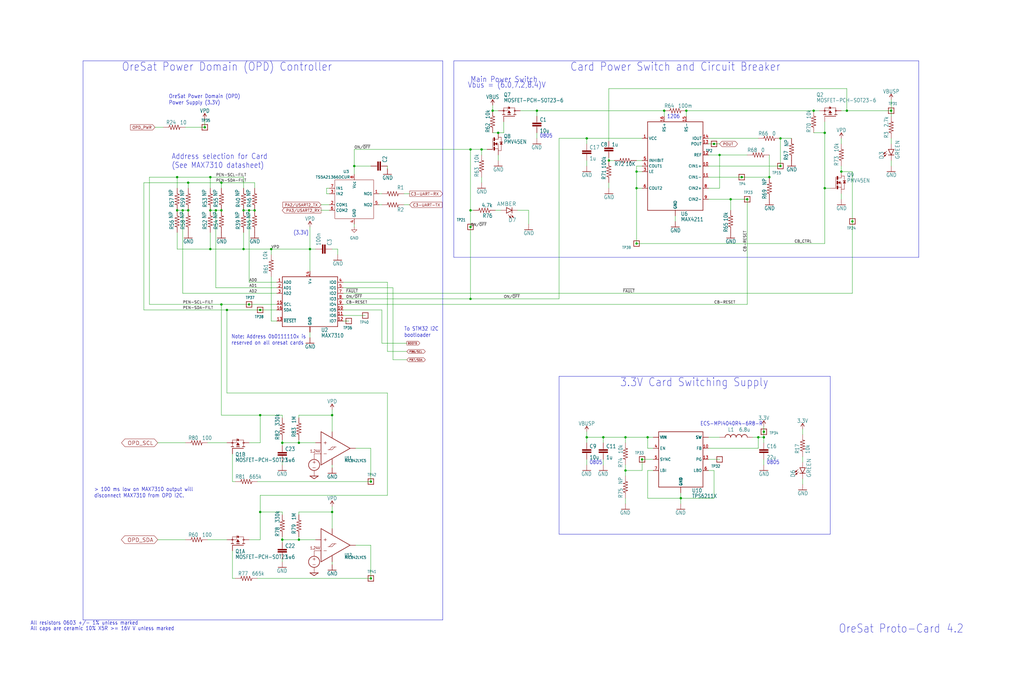
<source format=kicad_sch>
(kicad_sch (version 20230121) (generator eeschema)
  (paper "User" 469.9 317.627)
  (junction (at 119.38 190.5))
  (junction (at 347.98 200.66))
  (junction (at 129.54 247.65))
  (junction (at 99.06 96.52))
  (junction (at 350.52 198.12))
  (junction (at 93.98 58.42))
  (junction (at 292.1 78.74))
  (junction (at 297.18 200.66))
  (junction (at 170.18 220.98))
  (junction (at 304.8 50.8))
  (junction (at 373.38 50.8))
  (junction (at 391.16 101.6))
  (junction (at 114.3 139.7))
  (junction (at 386.08 78.74))
  (junction (at 269.24 200.66))
  (junction (at 101.6 83.82))
  (junction (at 215.9 68.58))
  (junction (at 350.52 200.66))
  (junction (at 96.52 96.52))
  (junction (at 220.98 68.58))
  (junction (at 358.14 76.2))
  (junction (at 279.4 73.66))
  (junction (at 228.6 60.96))
  (junction (at 86.36 83.82))
  (junction (at 137.16 247.65))
  (junction (at 408.94 50.8))
  (junction (at 96.52 81.28))
  (junction (at 162.56 76.2))
  (junction (at 340.36 81.28))
  (junction (at 269.24 63.5))
  (junction (at 292.1 111.76))
  (junction (at 86.36 96.52))
  (junction (at 294.64 210.82))
  (junction (at 81.28 96.52))
  (junction (at 142.24 114.3))
  (junction (at 81.28 81.28))
  (junction (at 287.02 200.66))
  (junction (at 226.06 50.8))
  (junction (at 96.52 114.3))
  (junction (at 292.1 86.36))
  (junction (at 388.62 50.8))
  (junction (at 353.06 81.28))
  (junction (at 276.86 200.66))
  (junction (at 215.9 104.14))
  (junction (at 330.2 71.12))
  (junction (at 129.54 203.2))
  (junction (at 111.76 96.52))
  (junction (at 378.46 86.36))
  (junction (at 335.28 91.44))
  (junction (at 342.9 91.44))
  (junction (at 312.42 228.6))
  (junction (at 327.66 66.04))
  (junction (at 114.3 96.52))
  (junction (at 116.84 96.52))
  (junction (at 137.16 203.2))
  (junction (at 119.38 142.24))
  (junction (at 246.38 50.8))
  (junction (at 104.14 142.24))
  (junction (at 215.9 96.52))
  (junction (at 111.76 114.3))
  (junction (at 101.6 139.7))
  (junction (at 101.6 96.52))
  (junction (at 83.82 96.52))
  (junction (at 124.46 114.3))
  (junction (at 152.4 190.5))
  (junction (at 358.14 63.5))
  (junction (at 119.38 234.95))
  (junction (at 152.4 234.95))
  (junction (at 378.46 60.96))
  (junction (at 170.18 265.43))
  (junction (at 215.9 137.16))
  (junction (at 287.02 215.9))
  (junction (at 314.96 50.8))
  (wire (pts (xy 111.76 114.3) (xy 111.76 106.68)) (stroke (width 0.1524)))
  (wire (pts (xy 276.86 213.36) (xy 276.86 210.82)) (stroke (width 0.1524)))
  (wire (pts (xy 96.52 81.28) (xy 111.76 81.28)) (stroke (width 0.1524)))
  (wire (pts (xy 81.28 81.28) (xy 96.52 81.28)) (stroke (width 0.1524)))
  (wire (pts (xy 83.82 134.62) (xy 83.82 96.52)) (stroke (width 0.1524)))
  (wire (pts (xy 246.38 50.8) (xy 304.8 50.8)) (stroke (width 0.1524)))
  (wire (pts (xy 180.34 165.1) (xy 186.69 165.1)) (stroke (width 0.1524)))
  (wire (pts (xy 279.4 72.39) (xy 279.4 73.66)) (stroke (width 0.1524)))
  (wire (pts (xy 279.4 40.64) (xy 388.62 40.64)) (stroke (width 0.1524)))
  (wire (pts (xy 391.16 78.74) (xy 391.16 101.6)) (stroke (width 0.1524)))
  (wire (pts (xy 119.38 190.5) (xy 119.38 203.2)) (stroke (width 0.1524)))
  (wire (pts (xy 325.12 66.04) (xy 327.66 66.04)) (stroke (width 0.1524)))
  (polyline (pts (xy 38.1 27.94) (xy 203.2 27.94)) (stroke (width 0.1524) (type solid)))
  (wire (pts (xy 391.16 134.62) (xy 157.48 134.62)) (stroke (width 0.1524)))
  (wire (pts (xy 330.2 71.12) (xy 342.9 71.12)) (stroke (width 0.1524)))
  (wire (pts (xy 342.9 91.44) (xy 335.28 91.44)) (stroke (width 0.1524)))
  (wire (pts (xy 325.12 71.12) (xy 330.2 71.12)) (stroke (width 0.1524)))
  (wire (pts (xy 81.28 114.3) (xy 96.52 114.3)) (stroke (width 0.1524)))
  (wire (pts (xy 215.9 68.58) (xy 215.9 96.52)) (stroke (width 0.1524)))
  (polyline (pts (xy 208.28 27.94) (xy 421.64 27.94)) (stroke (width 0.1524) (type solid)))
  (wire (pts (xy 347.98 205.74) (xy 347.98 200.66)) (stroke (width 0.1524)))
  (wire (pts (xy 93.98 58.42) (xy 93.98 54.61)) (stroke (width 0.1524)))
  (wire (pts (xy 170.18 250.19) (xy 170.18 265.43)) (stroke (width 0.1524)))
  (wire (pts (xy 118.11 265.43) (xy 170.18 265.43)) (stroke (width 0.1524)))
  (wire (pts (xy 350.52 213.36) (xy 350.52 210.82)) (stroke (width 0.1524)))
  (wire (pts (xy 129.54 191.77) (xy 129.54 190.5)) (stroke (width 0.1524)))
  (wire (pts (xy 129.54 203.2) (xy 129.54 201.93)) (stroke (width 0.1524)))
  (wire (pts (xy 152.4 234.95) (xy 137.16 234.95)) (stroke (width 0.1524)))
  (wire (pts (xy 231.14 60.96) (xy 231.14 55.88)) (stroke (width 0.1524)))
  (wire (pts (xy 157.48 132.08) (xy 180.34 132.08)) (stroke (width 0.1524)))
  (wire (pts (xy 292.1 111.76) (xy 292.1 86.36)) (stroke (width 0.1524)))
  (polyline (pts (xy 256.54 172.72) (xy 381 172.72)) (stroke (width 0.1524) (type solid)))
  (wire (pts (xy 391.16 101.6) (xy 391.16 134.62)) (stroke (width 0.1524)))
  (wire (pts (xy 309.88 101.6) (xy 309.88 99.06)) (stroke (width 0.1524)))
  (wire (pts (xy 157.48 137.16) (xy 215.9 137.16)) (stroke (width 0.1524)))
  (wire (pts (xy 269.24 203.2) (xy 269.24 200.66)) (stroke (width 0.1524)))
  (wire (pts (xy 119.38 203.2) (xy 114.3 203.2)) (stroke (width 0.1524)))
  (wire (pts (xy 104.14 180.34) (xy 104.14 142.24)) (stroke (width 0.1524)))
  (wire (pts (xy 81.28 114.3) (xy 81.28 106.68)) (stroke (width 0.1524)))
  (wire (pts (xy 373.38 50.8) (xy 375.92 50.8)) (stroke (width 0.1524)))
  (wire (pts (xy 129.54 234.95) (xy 119.38 234.95)) (stroke (width 0.1524)))
  (wire (pts (xy 292.1 78.74) (xy 294.64 78.74)) (stroke (width 0.1524)))
  (wire (pts (xy 342.9 139.7) (xy 342.9 91.44)) (stroke (width 0.1524)))
  (wire (pts (xy 378.46 60.96) (xy 378.46 55.88)) (stroke (width 0.1524)))
  (wire (pts (xy 111.76 114.3) (xy 124.46 114.3)) (stroke (width 0.1524)))
  (wire (pts (xy 142.24 114.3) (xy 142.24 104.14)) (stroke (width 0.1524)))
  (wire (pts (xy 180.34 132.08) (xy 180.34 165.1)) (stroke (width 0.1524)))
  (wire (pts (xy 327.66 215.9) (xy 327.66 228.6)) (stroke (width 0.1524)))
  (wire (pts (xy 81.28 86.36) (xy 81.28 81.28)) (stroke (width 0.1524)))
  (wire (pts (xy 220.98 81.28) (xy 220.98 83.82)) (stroke (width 0.1524)))
  (wire (pts (xy 107.95 265.43) (xy 106.68 265.43)) (stroke (width 0.1524)))
  (wire (pts (xy 378.46 60.96) (xy 378.46 86.36)) (stroke (width 0.1524)))
  (wire (pts (xy 215.9 96.52) (xy 215.9 104.14)) (stroke (width 0.1524)))
  (wire (pts (xy 378.46 111.76) (xy 292.1 111.76)) (stroke (width 0.1524)))
  (wire (pts (xy 137.16 247.65) (xy 144.78 247.65)) (stroke (width 0.1524)))
  (wire (pts (xy 119.38 247.65) (xy 114.3 247.65)) (stroke (width 0.1524)))
  (wire (pts (xy 68.58 139.7) (xy 101.6 139.7)) (stroke (width 0.1524)))
  (wire (pts (xy 129.54 190.5) (xy 119.38 190.5)) (stroke (width 0.1524)))
  (wire (pts (xy 312.42 231.14) (xy 312.42 228.6)) (stroke (width 0.1524)))
  (wire (pts (xy 127 129.54) (xy 114.3 129.54)) (stroke (width 0.1524)))
  (wire (pts (xy 325.12 205.74) (xy 347.98 205.74)) (stroke (width 0.1524)))
  (wire (pts (xy 129.54 247.65) (xy 129.54 246.38)) (stroke (width 0.1524)))
  (wire (pts (xy 217.17 96.52) (xy 215.9 96.52)) (stroke (width 0.1524)))
  (wire (pts (xy 325.12 63.5) (xy 347.98 63.5)) (stroke (width 0.1524)))
  (wire (pts (xy 297.18 215.9) (xy 299.72 215.9)) (stroke (width 0.1524)))
  (wire (pts (xy 246.38 53.34) (xy 246.38 50.8)) (stroke (width 0.1524)))
  (wire (pts (xy 276.86 203.2) (xy 276.86 200.66)) (stroke (width 0.1524)))
  (wire (pts (xy 368.3 196.85) (xy 368.3 199.39)) (stroke (width 0.1524)))
  (wire (pts (xy 162.56 76.2) (xy 170.18 76.2)))
  (wire (pts (xy 99.06 132.08) (xy 99.06 96.52)) (stroke (width 0.1524)))
  (wire (pts (xy 127 134.62) (xy 83.82 134.62)) (stroke (width 0.1524)))
  (wire (pts (xy 299.72 200.66) (xy 297.18 200.66)) (stroke (width 0.1524)))
  (wire (pts (xy 269.24 210.82) (xy 269.24 213.36)) (stroke (width 0.1524)))
  (wire (pts (xy 335.28 96.52) (xy 335.28 91.44)) (stroke (width 0.1524)))
  (wire (pts (xy 227.33 96.52) (xy 229.87 96.52)) (stroke (width 0.1524)))
  (wire (pts (xy 101.6 139.7) (xy 114.3 139.7)) (stroke (width 0.1524)))
  (wire (pts (xy 246.38 60.96) (xy 246.38 63.5)) (stroke (width 0.1524)))
  (wire (pts (xy 119.38 234.95) (xy 119.38 247.65)) (stroke (width 0.1524)))
  (wire (pts (xy 114.3 96.52) (xy 111.76 96.52)) (stroke (width 0.1524)))
  (wire (pts (xy 142.24 154.94) (xy 142.24 152.4)) (stroke (width 0.1524)))
  (wire (pts (xy 157.48 139.7) (xy 342.9 139.7)) (stroke (width 0.1524)))
  (wire (pts (xy 104.14 247.65) (xy 95.25 247.65)) (stroke (width 0.1524)))
  (wire (pts (xy 106.68 220.98) (xy 106.68 208.28)) (stroke (width 0.1524)))
  (wire (pts (xy 297.18 200.66) (xy 287.02 200.66)) (stroke (width 0.1524)))
  (wire (pts (xy 162.56 68.58) (xy 162.56 76.2)))
  (wire (pts (xy 358.14 76.2) (xy 358.14 63.5)) (stroke (width 0.1524)))
  (wire (pts (xy 101.6 190.5) (xy 101.6 139.7)) (stroke (width 0.1524)))
  (wire (pts (xy 312.42 228.6) (xy 312.42 226.06)) (stroke (width 0.1524)))
  (wire (pts (xy 279.4 86.36) (xy 279.4 83.82)) (stroke (width 0.1524)))
  (wire (pts (xy 119.38 190.5) (xy 101.6 190.5)) (stroke (width 0.1524)))
  (wire (pts (xy 294.64 76.2) (xy 292.1 76.2)) (stroke (width 0.1524)))
  (wire (pts (xy 118.11 220.98) (xy 170.18 220.98)) (stroke (width 0.1524)))
  (wire (pts (xy 287.02 203.2) (xy 287.02 200.66)) (stroke (width 0.1524)))
  (wire (pts (xy 358.14 63.5) (xy 363.22 63.5)) (stroke (width 0.1524)))
  (wire (pts (xy 152.4 190.5) (xy 152.4 187.96)) (stroke (width 0.1524)))
  (wire (pts (xy 152.4 234.95) (xy 152.4 232.41)) (stroke (width 0.1524)))
  (wire (pts (xy 353.06 81.28) (xy 353.06 71.12)) (stroke (width 0.1524)))
  (wire (pts (xy 304.8 50.8) (xy 304.8 53.34)) (stroke (width 0.1524)))
  (wire (pts (xy 226.06 48.26) (xy 226.06 50.8)) (stroke (width 0.1524)))
  (wire (pts (xy 101.6 83.82) (xy 116.84 83.82)) (stroke (width 0.1524)))
  (wire (pts (xy 279.4 64.77) (xy 279.4 40.64)) (stroke (width 0.1524)))
  (wire (pts (xy 325.12 215.9) (xy 327.66 215.9)) (stroke (width 0.1524)))
  (wire (pts (xy 408.94 73.66) (xy 408.94 76.2)) (stroke (width 0.1524)))
  (wire (pts (xy 256.54 63.5) (xy 269.24 63.5)) (stroke (width 0.1524)))
  (wire (pts (xy 294.64 215.9) (xy 287.02 215.9)) (stroke (width 0.1524)))
  (wire (pts (xy 152.4 114.3) (xy 154.94 114.3)) (stroke (width 0.1524)))
  (wire (pts (xy 256.54 137.16) (xy 256.54 63.5)) (stroke (width 0.1524)))
  (wire (pts (xy 215.9 104.14) (xy 215.9 137.16)) (stroke (width 0.1524)))
  (wire (pts (xy 269.24 200.66) (xy 276.86 200.66)) (stroke (width 0.1524)))
  (wire (pts (xy 116.84 83.82) (xy 116.84 86.36)) (stroke (width 0.1524)))
  (wire (pts (xy 137.16 191.77) (xy 137.16 190.5)) (stroke (width 0.1524)))
  (wire (pts (xy 127 147.32) (xy 124.46 147.32)) (stroke (width 0.1524)))
  (wire (pts (xy 129.54 247.65) (xy 137.16 247.65)) (stroke (width 0.1524)))
  (wire (pts (xy 340.36 81.28) (xy 353.06 81.28)) (stroke (width 0.1524)))
  (wire (pts (xy 152.4 198.12) (xy 152.4 190.5)) (stroke (width 0.1524)))
  (wire (pts (xy 327.66 66.04) (xy 330.2 66.04)) (stroke (width 0.1524)))
  (wire (pts (xy 368.3 219.71) (xy 368.3 222.25)) (stroke (width 0.1524)))
  (wire (pts (xy 177.8 129.54) (xy 157.48 129.54)) (stroke (width 0.1524)))
  (wire (pts (xy 340.36 81.28) (xy 325.12 81.28)) (stroke (width 0.1524)))
  (wire (pts (xy 68.58 81.28) (xy 81.28 81.28)) (stroke (width 0.1524)))
  (wire (pts (xy 177.8 180.34) (xy 104.14 180.34)) (stroke (width 0.1524)))
  (wire (pts (xy 99.06 96.52) (xy 96.52 96.52)) (stroke (width 0.1524)))
  (wire (pts (xy 85.09 247.65) (xy 72.39 247.65)) (stroke (width 0.1524)))
  (polyline (pts (xy 421.64 27.94) (xy 421.64 118.11)) (stroke (width 0.1524) (type solid)))
  (wire (pts (xy 66.04 83.82) (xy 86.36 83.82)) (stroke (width 0.1524)))
  (wire (pts (xy 175.26 142.24) (xy 175.26 157.48)) (stroke (width 0.1524)))
  (polyline (pts (xy 203.2 27.94) (xy 203.2 284.48)) (stroke (width 0.1524) (type solid)))
  (wire (pts (xy 388.62 50.8) (xy 408.94 50.8)) (stroke (width 0.1524)))
  (wire (pts (xy 74.93 58.42) (xy 71.12 58.42)) (stroke (width 0.1524)))
  (wire (pts (xy 408.94 50.8) (xy 408.94 53.34)) (stroke (width 0.1524)))
  (wire (pts (xy 347.98 200.66) (xy 350.52 200.66)) (stroke (width 0.1524)))
  (wire (pts (xy 220.98 68.58) (xy 215.9 68.58)) (stroke (width 0.1524)))
  (wire (pts (xy 124.46 114.3) (xy 142.24 114.3)) (stroke (width 0.1524)))
  (wire (pts (xy 287.02 218.44) (xy 287.02 215.9)) (stroke (width 0.1524)))
  (polyline (pts (xy 381 172.72) (xy 381 245.11)) (stroke (width 0.1524) (type solid)))
  (polyline (pts (xy 381 245.11) (xy 256.54 245.11)) (stroke (width 0.1524) (type solid)))
  (wire (pts (xy 220.98 71.12) (xy 220.98 68.58)) (stroke (width 0.1524)))
  (wire (pts (xy 137.16 203.2) (xy 144.78 203.2)) (stroke (width 0.1524)))
  (wire (pts (xy 119.38 142.24) (xy 104.14 142.24)) (stroke (width 0.1524)))
  (wire (pts (xy 242.57 96.52) (xy 242.57 102.87)) (stroke (width 0.1524)))
  (wire (pts (xy 287.02 231.14) (xy 287.02 228.6)) (stroke (width 0.1524)))
  (wire (pts (xy 177.8 129.54) (xy 177.8 161.29)) (stroke (width 0.1524)))
  (wire (pts (xy 292.1 78.74) (xy 292.1 86.36)) (stroke (width 0.1524)))
  (wire (pts (xy 129.54 203.2) (xy 137.16 203.2)) (stroke (width 0.1524)))
  (wire (pts (xy 294.64 73.66) (xy 292.1 73.66)) (stroke (width 0.1524)))
  (wire (pts (xy 127 132.08) (xy 99.06 132.08)) (stroke (width 0.1524)))
  (wire (pts (xy 292.1 76.2) (xy 292.1 78.74)) (stroke (width 0.1524)))
  (wire (pts (xy 175.26 157.48) (xy 186.69 157.48)) (stroke (width 0.1524)))
  (wire (pts (xy 129.54 247.65) (xy 129.54 248.92)) (stroke (width 0.1524)))
  (wire (pts (xy 111.76 86.36) (xy 111.76 81.28)) (stroke (width 0.1524)))
  (wire (pts (xy 151.13 88.9) (xy 149.86 88.9)))
  (wire (pts (xy 325.12 210.82) (xy 330.2 210.82)) (stroke (width 0.1524)))
  (wire (pts (xy 175.26 93.98) (xy 173.99 93.98)))
  (wire (pts (xy 294.64 210.82) (xy 294.64 215.9)) (stroke (width 0.1524)))
  (wire (pts (xy 147.32 96.52) (xy 151.13 96.52)))
  (wire (pts (xy 116.84 96.52) (xy 114.3 96.52)) (stroke (width 0.1524)))
  (wire (pts (xy 287.02 200.66) (xy 276.86 200.66)) (stroke (width 0.1524)))
  (wire (pts (xy 106.68 265.43) (xy 106.68 252.73)) (stroke (width 0.1524)))
  (wire (pts (xy 269.24 66.04) (xy 269.24 63.5)) (stroke (width 0.1524)))
  (wire (pts (xy 149.86 88.9) (xy 149.86 86.36)))
  (wire (pts (xy 350.52 195.58) (xy 350.52 198.12)) (stroke (width 0.1524)))
  (wire (pts (xy 129.54 213.36) (xy 129.54 212.09)) (stroke (width 0.1524)))
  (wire (pts (xy 152.4 234.95) (xy 152.4 242.57)) (stroke (width 0.1524)))
  (wire (pts (xy 107.95 220.98) (xy 106.68 220.98)) (stroke (width 0.1524)))
  (wire (pts (xy 96.52 114.3) (xy 96.52 106.68)) (stroke (width 0.1524)))
  (wire (pts (xy 104.14 203.2) (xy 95.25 203.2)) (stroke (width 0.1524)))
  (wire (pts (xy 297.18 215.9) (xy 297.18 228.6)) (stroke (width 0.1524)))
  (wire (pts (xy 335.28 91.44) (xy 325.12 91.44)) (stroke (width 0.1524)))
  (wire (pts (xy 68.58 139.7) (xy 68.58 81.28)) (stroke (width 0.1524)))
  (wire (pts (xy 114.3 139.7) (xy 127 139.7)) (stroke (width 0.1524)))
  (wire (pts (xy 101.6 96.52) (xy 99.06 96.52)) (stroke (width 0.1524)))
  (wire (pts (xy 297.18 228.6) (xy 312.42 228.6)) (stroke (width 0.1524)))
  (wire (pts (xy 325.12 76.2) (xy 358.14 76.2)) (stroke (width 0.1524)))
  (wire (pts (xy 101.6 86.36) (xy 101.6 83.82)) (stroke (width 0.1524)))
  (wire (pts (xy 327.66 228.6) (xy 312.42 228.6)) (stroke (width 0.1524)))
  (wire (pts (xy 220.98 68.58) (xy 223.52 68.58)) (stroke (width 0.1524)))
  (wire (pts (xy 142.24 124.46) (xy 142.24 114.3)) (stroke (width 0.1524)))
  (wire (pts (xy 228.6 60.96) (xy 231.14 60.96)) (stroke (width 0.1524)))
  (wire (pts (xy 86.36 96.52) (xy 83.82 96.52)) (stroke (width 0.1524)))
  (wire (pts (xy 162.56 68.58) (xy 215.9 68.58)) (stroke (width 0.1524)))
  (wire (pts (xy 269.24 76.2) (xy 269.24 73.66)) (stroke (width 0.1524)))
  (wire (pts (xy 147.32 93.98) (xy 151.13 93.98)))
  (wire (pts (xy 350.52 200.66) (xy 350.52 198.12)) (stroke (width 0.1524)))
  (wire (pts (xy 177.8 161.29) (xy 186.69 161.29)) (stroke (width 0.1524)))
  (wire (pts (xy 297.18 205.74) (xy 299.72 205.74)) (stroke (width 0.1524)))
  (wire (pts (xy 104.14 142.24) (xy 66.04 142.24)) (stroke (width 0.1524)))
  (wire (pts (xy 386.08 50.8) (xy 388.62 50.8)) (stroke (width 0.1524)))
  (wire (pts (xy 330.2 86.36) (xy 330.2 71.12)) (stroke (width 0.1524)))
  (wire (pts (xy 287.02 215.9) (xy 287.02 213.36)) (stroke (width 0.1524)))
  (wire (pts (xy 96.52 86.36) (xy 96.52 81.28)) (stroke (width 0.1524)))
  (wire (pts (xy 187.96 93.98) (xy 185.42 93.98)))
  (wire (pts (xy 119.38 227.33) (xy 177.8 227.33)) (stroke (width 0.1524)))
  (wire (pts (xy 129.54 257.81) (xy 129.54 256.54)) (stroke (width 0.1524)))
  (wire (pts (xy 381 86.36) (xy 378.46 86.36)) (stroke (width 0.1524)))
  (wire (pts (xy 85.09 203.2) (xy 72.39 203.2)) (stroke (width 0.1524)))
  (wire (pts (xy 378.46 86.36) (xy 378.46 111.76)) (stroke (width 0.1524)))
  (wire (pts (xy 269.24 63.5) (xy 294.64 63.5)) (stroke (width 0.1524)))
  (wire (pts (xy 157.48 142.24) (xy 175.26 142.24)) (stroke (width 0.1524)))
  (wire (pts (xy 325.12 200.66) (xy 330.2 200.66)) (stroke (width 0.1524)))
  (wire (pts (xy 152.4 259.08) (xy 152.4 257.81)) (stroke (width 0.1524)))
  (polyline (pts (xy 256.54 245.11) (xy 256.54 172.72)) (stroke (width 0.1524) (type solid)))
  (wire (pts (xy 368.3 209.55) (xy 368.3 212.09)) (stroke (width 0.1524)))
  (wire (pts (xy 373.38 60.96) (xy 378.46 60.96)) (stroke (width 0.1524)))
  (wire (pts (xy 386.08 88.9) (xy 386.08 91.44)) (stroke (width 0.1524)))
  (wire (pts (xy 137.16 236.22) (xy 137.16 234.95)) (stroke (width 0.1524)))
  (wire (pts (xy 124.46 127) (xy 124.46 147.32)) (stroke (width 0.1524)))
  (wire (pts (xy 292.1 86.36) (xy 294.64 86.36)) (stroke (width 0.1524)))
  (polyline (pts (xy 208.28 118.11) (xy 208.28 27.94)) (stroke (width 0.1524) (type solid)))
  (wire (pts (xy 408.94 45.72) (xy 408.94 50.8)) (stroke (width 0.1524)))
  (wire (pts (xy 119.38 234.95) (xy 119.38 227.33)) (stroke (width 0.1524)))
  (wire (pts (xy 388.62 40.64) (xy 388.62 50.8)) (stroke (width 0.1524)))
  (wire (pts (xy 408.94 63.5) (xy 408.94 66.04)) (stroke (width 0.1524)))
  (wire (pts (xy 297.18 205.74) (xy 297.18 200.66)) (stroke (width 0.1524)))
  (wire (pts (xy 238.76 50.8) (xy 246.38 50.8)) (stroke (width 0.1524)))
  (wire (pts (xy 187.96 88.9) (xy 185.42 88.9)))
  (wire (pts (xy 170.18 205.74) (xy 170.18 220.98)) (stroke (width 0.1524)))
  (polyline (pts (xy 421.64 118.11) (xy 208.28 118.11)) (stroke (width 0.1524) (type solid)))
  (wire (pts (xy 226.06 60.96) (xy 228.6 60.96)) (stroke (width 0.1524)))
  (wire (pts (xy 228.6 71.12) (xy 228.6 73.66)) (stroke (width 0.1524)))
  (wire (pts (xy 314.96 53.34) (xy 314.96 50.8)) (stroke (width 0.1524)))
  (wire (pts (xy 86.36 83.82) (xy 101.6 83.82)) (stroke (width 0.1524)))
  (wire (pts (xy 83.82 96.52) (xy 81.28 96.52)) (stroke (width 0.1524)))
  (wire (pts (xy 269.24 200.66) (xy 269.24 198.12)) (stroke (width 0.1524)))
  (wire (pts (xy 85.09 58.42) (xy 93.98 58.42)) (stroke (width 0.1524)))
  (wire (pts (xy 129.54 204.47) (xy 129.54 203.2)) (stroke (width 0.1524)))
  (wire (pts (xy 175.26 88.9) (xy 173.99 88.9)))
  (wire (pts (xy 142.24 114.3) (xy 144.78 114.3)) (stroke (width 0.1524)))
  (wire (pts (xy 127 142.24) (xy 119.38 142.24)) (stroke (width 0.1524)))
  (wire (pts (xy 162.56 76.2) (xy 162.56 80.01)))
  (wire (pts (xy 279.4 73.66) (xy 281.94 73.66)) (stroke (width 0.1524)))
  (wire (pts (xy 350.52 203.2) (xy 350.52 200.66)) (stroke (width 0.1524)))
  (wire (pts (xy 163.195 205.74) (xy 170.18 205.74)) (stroke (width 0.1524)))
  (wire (pts (xy 152.4 214.63) (xy 152.4 213.36)) (stroke (width 0.1524)))
  (wire (pts (xy 162.56 102.87) (xy 162.56 104.14)))
  (wire (pts (xy 124.46 116.84) (xy 124.46 114.3)) (stroke (width 0.1524)))
  (wire (pts (xy 114.3 129.54) (xy 114.3 96.52)) (stroke (width 0.1524)))
  (wire (pts (xy 154.94 114.3) (xy 154.94 116.84)) (stroke (width 0.1524)))
  (wire (pts (xy 152.4 190.5) (xy 137.16 190.5)) (stroke (width 0.1524)))
  (wire (pts (xy 226.06 50.8) (xy 228.6 50.8)) (stroke (width 0.1524)))
  (wire (pts (xy 86.36 86.36) (xy 86.36 83.82)) (stroke (width 0.1524)))
  (wire (pts (xy 386.08 63.5) (xy 386.08 66.04)) (stroke (width 0.1524)))
  (wire (pts (xy 347.98 200.66) (xy 345.44 200.66)) (stroke (width 0.1524)))
  (wire (pts (xy 386.08 78.74) (xy 391.16 78.74)) (stroke (width 0.1524)))
  (wire (pts (xy 386.08 76.2) (xy 386.08 78.74)) (stroke (width 0.1524)))
  (wire (pts (xy 157.48 144.78) (xy 167.64 144.78)) (stroke (width 0.1524)))
  (wire (pts (xy 129.54 236.22) (xy 129.54 234.95)) (stroke (width 0.1524)))
  (wire (pts (xy 163.195 250.19) (xy 170.18 250.19)) (stroke (width 0.1524)))
  (wire (pts (xy 160.02 147.32) (xy 157.48 147.32)) (stroke (width 0.1524)))
  (wire (pts (xy 314.96 50.8) (xy 373.38 50.8)) (stroke (width 0.1524)))
  (wire (pts (xy 294.64 210.82) (xy 299.72 210.82)) (stroke (width 0.1524)))
  (wire (pts (xy 149.86 86.36) (xy 151.13 86.36)))
  (wire (pts (xy 137.16 246.38) (xy 137.16 247.65)) (stroke (width 0.1524)))
  (polyline (pts (xy 38.1 284.48) (xy 38.1 27.94)) (stroke (width 0.1524) (type solid)))
  (wire (pts (xy 177.8 227.33) (xy 177.8 180.34)) (stroke (width 0.1524)))
  (wire (pts (xy 96.52 114.3) (xy 111.76 114.3)) (stroke (width 0.1524)))
  (wire (pts (xy 66.04 142.24) (xy 66.04 83.82)) (stroke (width 0.1524)))
  (wire (pts (xy 137.16 201.93) (xy 137.16 203.2)) (stroke (width 0.1524)))
  (wire (pts (xy 237.49 96.52) (xy 242.57 96.52)) (stroke (width 0.1524)))
  (polyline (pts (xy 203.2 284.48) (xy 38.1 284.48)) (stroke (width 0.1524) (type solid)))
  (wire (pts (xy 325.12 86.36) (xy 330.2 86.36)) (stroke (width 0.1524)))
  (wire (pts (xy 215.9 137.16) (xy 256.54 137.16)) (stroke (width 0.1524)))
  (wire (pts (xy 177.8 76.2) (xy 177.8 77.47)))
  (text "Card Power Switch and Circuit Breaker" (at 261.62 33.02 0) (effects (font (size 3.81 3.2385)) (justify left bottom)))
  (text "1206" (at 306.07 54.61 0) (effects (font (size 1.778 1.5113)) (justify left bottom)))
  (text "All caps are ceramic 10% X5R >= 16V V unless marked" (at 13.97 289.56 0) (effects (font (size 1.778 1.5113)) (justify left bottom)))
  (text "3.3V Card Switching Supply" (at 284.48 177.8 0) (effects (font (size 3.81 3.2385)) (justify left bottom)))
  (text "Note: Address 0b0111110x is\nreserved on all oresat cards" (at 106.172 158.496 0) (effects (font (size 1.778 1.5113)) (justify left bottom)))
  (text "> 100 ms low on MAX7310 output will\ndisconnect MAX7310 from OPD I2C." (at 43.18 228.6 0) (effects (font (size 1.778 1.5113)) (justify left bottom)))
  (text "All resistors 0603 +/- 1% unless marked" (at 13.97 287.02 0) (effects (font (size 1.778 1.5113)) (justify left bottom)))
  (text "OreSat Power Domain (OPD)\nPower Supply (3.3V)" (at 77.47 48.26 0) (effects (font (size 1.778 1.5113)) (justify left bottom)))
  (text "Vbus = (6.0,7.2,8.4)V" (at 214.63 40.64 0) (effects (font (size 2.54 2.159)) (justify left bottom)))
  (text "0805" (at 270.51 213.36 0) (effects (font (size 1.778 1.5113)) (justify left bottom)))
  (text "OreSat Power Domain (OPD) Controller" (at 55.88 33.02 0) (effects (font (size 3.81 3.2385)) (justify left bottom)))
  (text "OreSat Proto-Card" (at 384.81 290.83 0) (effects (font (size 3.81 3.2385)) (justify left bottom)))
  (text "To STM32 I2C\nbootloader" (at 185.42 154.94 0) (effects (font (size 1.778 1.5113)) (justify left bottom)))
  (text "0805" (at 247.65 63.5 0) (effects (font (size 1.778 1.5113)) (justify left bottom)))
  (text "4.2" (at 434.34 290.83 0) (effects (font (size 3.81 3.2385)) (justify left bottom)))
  (text "ECS-MPI4040R4-6R8-R" (at 321.31 195.58 0) (effects (font (size 1.778 1.5113)) (justify left bottom)))
  (text "0805" (at 351.79 213.36 0) (effects (font (size 1.778 1.5113)) (justify left bottom)))
  (text "Address selection for Card\n(See MAX7310 datasheet)" (at 78.74 77.47 0) (effects (font (size 2.54 2.159)) (justify left bottom)))
  (text "Main Power Switch" (at 215.9 38.1 0) (effects (font (size 2.54 2.159)) (justify left bottom)))
  (text "(3.3V)" (at 134.62 107.95 0) (effects (font (size 1.778 1.5113)) (justify left bottom)))
  (label "AD0" (at 114.3 129.54 0) (effects (font (size 1.2446 1.2446))))
  (label "ON/~{OFF}" (at 215.9 104.14 0) (effects (font (size 1.2446 1.2446))))
  (label "AD2" (at 114.3 134.62 0) (effects (font (size 1.2446 1.2446))))
  (label "CB-RESET" (at 342.9 115.57 90) (effects (font (size 1.2446 1.2446))))
  (label "~{FAULT}" (at 285.75 134.62 0) (effects (font (size 1.2446 1.2446))))
  (label "ON/~{OFF}" (at 231.14 137.16 0) (effects (font (size 1.2446 1.2446))))
  (label "ON/~{OFF}" (at 158.75 137.16 0) (effects (font (size 1.2446 1.2446))))
  (label "~{FAULT}" (at 158.75 134.62 0) (effects (font (size 1.2446 1.2446))))
  (label "CB-RESET" (at 158.75 139.7 0) (effects (font (size 1.2446 1.2446))))
  (label "PEN-SCL-FILT" (at 99.06 81.28 0) (effects (font (size 1.2446 1.2446))))
  (label "CB_CTRL" (at 364.49 111.76 0) (effects (font (size 1.2446 1.2446))))
  (label "CB-RESET" (at 327.66 139.7 0) (effects (font (size 1.2446 1.2446))))
  (label "PEN-SDA-FILT" (at 83.82 142.24 0) (effects (font (size 1.2446 1.2446))))
  (label "ON/~{OFF}" (at 162.56 68.58 0) (effects (font (size 1.2446 1.2446))))
  (label "VPD" (at 124.46 114.3 0) (effects (font (size 1.2446 1.2446))))
  (label "PEN-SCL-FILT" (at 83.82 139.7 0) (effects (font (size 1.2446 1.2446))))
  (label "PEN-SDA-FILT" (at 99.06 83.82 0) (effects (font (size 1.2446 1.2446))))
  (label "AD1" (at 114.3 132.08 0) (effects (font (size 1.2446 1.2446))))
  (global_label "OPD_SCL" (shape bidirectional) (at 72.39 203.2 180) (effects (font (size 1.778 1.778))) (property "Intersheetrefs" "${INTERSHEET_REFS}" (at 54.9712 203.2 0) (effects (justify right))))
  (global_label "OPD_SDA" (shape bidirectional) (at 72.39 247.65 180) (effects (font (size 1.778 1.778))) (property "Intersheetrefs" "${INTERSHEET_REFS}" (at 54.8865 247.65 0) (effects (justify right))))
  (global_label "OPD_PWR" (shape input) (at 71.12 58.42 180) (property "Intersheetrefs" "${INTERSHEET_REFS}" (at 59.3053 58.42 0) (effects (justify right))))
  (global_label "C3-UART-RX" (shape output) (at 187.96 88.9 0) (property "Intersheetrefs" "${INTERSHEET_REFS}" (at 203.6263 88.9 0) (effects (justify left))))
  (global_label "POUT" (shape bidirectional) (at 330.2 66.04 0) (effects (font (size 1.2446 1.2446))) (property "Intersheetrefs" "${INTERSHEET_REFS}" (at 339.0149 66.04 0) (effects (justify left))))
  (global_label "PB7/SDA" (shape bidirectional) (at 186.69 165.1 0) (effects (font (size 0.889 0.889))) (property "Intersheetrefs" "${INTERSHEET_REFS}" (at 195.6111 165.1 0) (effects (justify left))))
  (global_label "PA3{slash}USART2_RX" (shape output) (at 147.32 96.52 180) (property "Intersheetrefs" "${INTERSHEET_REFS}" (at 128.9928 96.52 0) (effects (justify right))))
  (global_label "PA2{slash}USART2_TX" (shape input) (at 147.32 93.98 180) (property "Intersheetrefs" "${INTERSHEET_REFS}" (at 129.2952 93.98 0) (effects (justify right))))
  (global_label "C3-UART-TX" (shape input) (at 187.96 93.98 0) (property "Intersheetrefs" "${INTERSHEET_REFS}" (at 203.3239 93.98 0) (effects (justify left))))
  (global_label "PB6/SCL" (shape bidirectional) (at 186.69 161.29 0) (effects (font (size 0.889 0.889))) (property "Intersheetrefs" "${INTERSHEET_REFS}" (at 195.5688 161.29 0) (effects (justify left))))
  (global_label "BOOT0" (shape output) (at 186.69 157.48 0) (effects (font (size 0.889 0.889))) (property "Intersheetrefs" "${INTERSHEET_REFS}" (at 193.0551 157.48 0) (effects (justify left))))
  (symbol (lib_id "oresat-proto-card-eagle-import:MIC842LYC5") (at 152.4 205.74 0) (unit 1)
    (property "Reference" "U11" (at 158.115 210.82 0) (effects (font (size 1.27 1.0795)) (justify left bottom)))
    (property "Value" "MIC842LYC5" (at 158.115 212.09 0) (effects (font (size 1.27 1.0795)) (justify left bottom)))
    (property "Footprint" "oresat-proto-card:SC70-5" (effects hide))
  )
  (symbol (lib_id "oresat-acs-card-eagle-import:C-EU0603-C-NOSILK") (at 175.26 76.2 270) (mirror x) (unit 1)
    (property "Reference" "C2" (at 175.641 74.676 0) (effects (font (size 1.778 1.5113)) (justify left bottom)))
    (property "Value" "100n" (at 170.561 74.676 0) (effects (font (size 1.778 1.5113)) (justify left bottom)))
    (property "Footprint" "oresat-passives:0603-C-NOSILK" (effects hide))
    (property "Value" "CL10B104KB8NNNL" (effects hide))
    (instances (project "oresat-proto-card" (path "" (reference "C2") (unit 1))) (project "oresat-adcs-card" (path "" (reference "C99") (unit 1))))
  )
  (symbol (lib_id "oresat-proto-card-eagle-import:R-US_0603-C-NOSILK") (at 113.03 220.98 180) (unit 1)
    (property "Reference" "R81" (at 107.95 219.71 0) (effects (font (size 1.778 1.5113)) (justify right top)))
    (property "Value" "665k" (at 114.3 219.71 0) (effects (font (size 1.778 1.5113)) (justify right top)))
    (property "Footprint" "oresat-proto-card:.0603-C-NOSILK" (effects hide))
    (property "DIS" "Digi-Key" (effects hide))
    (property "DPN" "RNCP0603FTD10K0CT-ND  " (effects hide))
    (property "MFR" "Stackpole" (effects hide))
    (property "MPN" "RNCP0603FTD10K0" (effects hide))
  )
  (symbol (lib_id "oresat-proto-card-eagle-import:VPD") (at 142.24 104.14 0) (unit 1)
    (property "Reference" "#VPD07" (effects hide))
    (property "Value" "VPD" (at 142.24 101.346 0) (effects (font (size 1.778 1.5113)) (justify bottom)))
  )
  (symbol (lib_id "oresat-proto-card-eagle-import:C-EU0603-C-NOSILK") (at 129.54 207.01 0) (unit 1)
    (property "Reference" "C23" (at 130.81 207.01 0) (effects (font (size 1.778 1.5113)) (justify left bottom)))
    (property "Value" "1u" (at 130.81 212.09 0) (effects (font (size 1.778 1.5113)) (justify left bottom)))
    (property "Footprint" "oresat-proto-card:.0603-C-NOSILK" (effects hide))
    (property "DIS" "Digi-Key" (effects hide))
    (property "DPN" "311-1444-1-ND" (effects hide))
    (property "MFR" "Yageo" (effects hide))
    (property "MPN" "CC0603KRX5R7BB105" (effects hide))
  )
  (symbol (lib_id "oresat-proto-card-eagle-import:C-EU0805-B-NOSILK") (at 246.38 55.88 0) (unit 1)
    (property "Reference" "C1" (at 247.65 55.88 0) (effects (font (size 1.778 1.5113)) (justify left bottom)))
    (property "Value" "10u" (at 247.65 60.96 0) (effects (font (size 1.778 1.5113)) (justify left bottom)))
    (property "Footprint" "oresat-proto-card:.0805-B-NOSILK" (effects hide))
    (property "DIS" "Digi-Key" (effects hide))
    (property "DPN" "1276-6472-1-ND" (effects hide))
    (property "MFR" "Samsung" (effects hide))
    (property "MPN" "CL21B106KOQNNNG" (effects hide))
  )
  (symbol (lib_id "oresat-proto-card-eagle-import:TEST-POINT-LARGE-SQUARE") (at 358.14 76.2 0) (unit 1)
    (property "Reference" "TP15" (at 354.33 80.01 0) (effects (font (size 1.27 1.0795)) (justify left bottom)))
    (property "Value" "TEST-POINT-LARGE-SQUARE" (effects hide))
    (property "Footprint" "oresat-proto-card:1X01" (effects hide))
  )
  (symbol (lib_id "oresat-acs-card-eagle-import:GND") (at 177.8 80.01 0) (mirror y) (unit 1)
    (property "Reference" "#GND07" (effects hide))
    (property "Value" "GND" (at 180.34 82.55 0) (effects (font (size 1.778 1.5113)) (justify left bottom)))
    (instances (project "oresat-proto-card" (path "" (reference "#GND07") (unit 1))) (project "oresat-adcs-card" (path "" (reference "#GND015") (unit 1))))
  )
  (symbol (lib_id "oresat-proto-card-eagle-import:LED-GREEN0603") (at 408.94 68.58 0) (unit 1)
    (property "Reference" "D3" (at 405.511 73.152 90) (effects (font (size 1.778 1.778)) (justify left bottom)))
    (property "Value" "GREEN" (at 410.845 73.152 90) (effects (font (size 1.778 1.778)) (justify left top)))
    (property "Footprint" "oresat-proto-card:LED-0603" (effects hide))
    (property "DIS" "Digi-Key" (effects hide))
    (property "DPN" "511-1584-1-ND" (effects hide))
    (property "MFR" "Rohm" (effects hide))
    (property "MPN" "SML-E12M8WT86" (effects hide))
  )
  (symbol (lib_id "oresat-proto-card-eagle-import:GND") (at 154.94 119.38 0) (mirror y) (unit 1)
    (property "Reference" "#GND09" (effects hide))
    (property "Value" "GND" (at 157.48 121.92 0) (effects (font (size 1.778 1.5113)) (justify left bottom)))
  )
  (symbol (lib_id "oresat-proto-card-eagle-import:R-US_0603-C-NOSILK") (at 129.54 241.3 90) (unit 1)
    (property "Reference" "R78" (at 128.27 246.38 0) (effects (font (size 1.778 1.5113)) (justify left bottom)))
    (property "Value" "330k" (at 128.27 240.03 0) (effects (font (size 1.778 1.5113)) (justify left bottom)))
    (property "Footprint" "oresat-proto-card:.0603-C-NOSILK" (effects hide))
    (property "DIS" "Digi-Key" (effects hide))
    (property "DPN" "A129718CT-ND" (effects hide))
    (property "MFR" "TE Connectivity" (effects hide))
    (property "MPN" "CRGCQ0603F330K" (effects hide))
  )
  (symbol (lib_id "oresat-proto-card-eagle-import:TEST-POINT-LARGE-SQUARE") (at 114.3 139.7 180) (unit 1)
    (property "Reference" "TP37" (at 116.84 135.89 0) (effects (font (size 1.27 1.0795)) (justify left bottom)))
    (property "Value" "TEST-POINT-LARGE-SQUARE" (effects hide))
    (property "Footprint" "oresat-proto-card:1X01" (effects hide))
  )
  (symbol (lib_id "oresat-proto-card-eagle-import:TEST-POINT-LARGE-SQUARE") (at 93.98 58.42 180) (unit 1)
    (property "Reference" "TP35" (at 96.52 54.61 0) (effects (font (size 1.27 1.0795)) (justify left bottom)))
    (property "Value" "TEST-POINT-LARGE-SQUARE" (effects hide))
    (property "Footprint" "oresat-proto-card:1X01" (effects hide))
  )
  (symbol (lib_id "oresat-proto-card-eagle-import:R-US_0603-C-NOSILK") (at 137.16 196.85 90) (unit 1)
    (property "Reference" "R83" (at 135.89 200.66 0) (effects (font (size 1.778 1.5113)) (justify left bottom)))
    (property "Value" "1M" (at 135.89 194.31 0) (effects (font (size 1.778 1.5113)) (justify left bottom)))
    (property "Footprint" "oresat-proto-card:.0603-C-NOSILK" (effects hide))
    (property "DIS" "Digi-Key" (effects hide))
    (property "DPN" "311-1.00MHRCT-ND  " (effects hide))
    (property "MFR" "Yageo" (effects hide))
    (property "MPN" "RC0603FR-071ML" (effects hide))
  )
  (symbol (lib_id "oresat-proto-card-eagle-import:PMV45EN") (at 386.08 83.82 0) (unit 1)
    (property "Reference" "Q9" (at 388.62 81.28 0) (effects (font (size 1.778 1.5113)) (justify left bottom)))
    (property "Value" "PMV45EN" (at 388.62 83.82 0) (effects (font (size 1.778 1.5113)) (justify left bottom)))
    (property "Footprint" "oresat-proto-card:SOT23" (effects hide))
    (property "DIS" "Digi-Key" (effects hide))
    (property "DPN" "1727-2307-1-ND" (effects hide))
    (property "MFR" "Nexperia" (effects hide))
    (property "MPN" "PMV45EN2R" (effects hide))
  )
  (symbol (lib_id "oresat-proto-card-eagle-import:GND") (at 276.86 215.9 0) (unit 1)
    (property "Reference" "#GND068" (effects hide))
    (property "Value" "GND" (at 274.32 218.44 0) (effects (font (size 1.778 1.5113)) (justify left bottom)))
  )
  (symbol (lib_id "oresat-proto-card-eagle-import:GND") (at 228.6 76.2 0) (mirror y) (unit 1)
    (property "Reference" "#GND017" (effects hide))
    (property "Value" "GND" (at 231.14 78.74 0) (effects (font (size 1.778 1.5113)) (justify left bottom)))
  )
  (symbol (lib_id "oresat-proto-card-eagle-import:VBUSP") (at 408.94 45.72 0) (unit 1)
    (property "Reference" "#VBUSP04" (effects hide))
    (property "Value" "VBUSP" (at 408.94 42.926 0) (effects (font (size 1.778 1.5113)) (justify bottom)))
  )
  (symbol (lib_id "oresat-proto-card-eagle-import:R-US_0603-C-NOSILK") (at 386.08 71.12 90) (unit 1)
    (property "Reference" "R73" (at 384.81 76.2 0) (effects (font (size 1.778 1.5113)) (justify left bottom)))
    (property "Value" "10k" (at 384.81 69.85 0) (effects (font (size 1.778 1.5113)) (justify left bottom)))
    (property "Footprint" "oresat-proto-card:.0603-C-NOSILK" (effects hide))
    (property "DIS" "Digi-Key" (effects hide))
    (property "DPN" "RNCP0603FTD10K0CT-ND  " (effects hide))
    (property "MFR" "Stackpole" (effects hide))
    (property "MPN" "RNCP0603FTD10K0" (effects hide))
  )
  (symbol (lib_id "oresat-proto-card-eagle-import:R-US_0603-C-NOSILK") (at 353.06 86.36 90) (unit 1)
    (property "Reference" "R69" (at 351.79 91.44 0) (effects (font (size 1.778 1.5113)) (justify left bottom)))
    (property "Value" "NP" (at 351.79 85.09 0) (effects (font (size 1.778 1.5113)) (justify left bottom)))
    (property "Footprint" "oresat-proto-card:.0603-C-NOSILK" (effects hide))
    (property "DIS" "Digi-Key" (effects hide))
    (property "DPN" "1276-4275-1-ND" (effects hide))
    (property "MFR" "Samsung" (effects hide))
    (property "MPN" "RC1005F6653CS" (effects hide))
  )
  (symbol (lib_id "oresat-proto-card-eagle-import:GND") (at 312.42 233.68 0) (unit 1)
    (property "Reference" "#GND067" (effects hide))
    (property "Value" "GND" (at 309.88 236.22 0) (effects (font (size 1.778 1.5113)) (justify left bottom)))
  )
  (symbol (lib_id "oresat-proto-card-eagle-import:R-US_0603-C-NOSILK") (at 101.6 91.44 90) (unit 1)
    (property "Reference" "R55" (at 100.1014 95.25 0) (effects (font (size 1.778 1.5113)) (justify left bottom)))
    (property "Value" "NP" (at 99.822 90.17 0) (effects (font (size 1.778 1.5113)) (justify left bottom)))
    (property "Footprint" "oresat-proto-card:.0603-C-NOSILK" (effects hide))
    (property "DIS" "Digi-Key" (effects hide))
    (property "DPN" "1276-4275-1-ND" (effects hide))
    (property "MFR" "Samsung" (effects hide))
    (property "MPN" "RC1005F6653CS" (effects hide))
  )
  (symbol (lib_id "oresat-proto-card-eagle-import:R-US_0603-C-NOSILK") (at 116.84 91.44 90) (unit 1)
    (property "Reference" "R46" (at 115.3414 95.25 0) (effects (font (size 1.778 1.5113)) (justify left bottom)))
    (property "Value" "NP" (at 115.062 90.17 0) (effects (font (size 1.778 1.5113)) (justify left bottom)))
    (property "Footprint" "oresat-proto-card:.0603-C-NOSILK" (effects hide))
    (property "DIS" "Digi-Key" (effects hide))
    (property "DPN" "1276-4275-1-ND" (effects hide))
    (property "MFR" "Samsung" (effects hide))
    (property "MPN" "RC1005F6653CS" (effects hide))
  )
  (symbol (lib_id "oresat-proto-card-eagle-import:GND") (at 363.22 76.2 0) (mirror y) (unit 1)
    (property "Reference" "#GND029" (effects hide))
    (property "Value" "GND" (at 365.76 78.74 0) (effects (font (size 1.778 1.5113)) (justify left bottom)))
  )
  (symbol (lib_id "oresat-proto-card-eagle-import:R-US_0603-C-NOSILK") (at 101.6 101.6 90) (unit 1)
    (property "Reference" "R54" (at 100.1014 105.41 0) (effects (font (size 1.778 1.5113)) (justify left bottom)))
    (property "Value" "NP" (at 99.822 100.33 0) (effects (font (size 1.778 1.5113)) (justify left bottom)))
    (property "Footprint" "oresat-proto-card:.0603-C-NOSILK" (effects hide))
    (property "DIS" "Digi-Key" (effects hide))
    (property "DPN" "1276-4275-1-ND" (effects hide))
    (property "MFR" "Samsung" (effects hide))
    (property "MPN" "RC1005F6653CS" (effects hide))
  )
  (symbol (lib_id "oresat-proto-card-eagle-import:GND") (at 246.38 66.04 0) (unit 1)
    (property "Reference" "#GND03" (effects hide))
    (property "Value" "GND" (at 243.84 68.58 0) (effects (font (size 1.778 1.5113)) (justify left bottom)))
  )
  (symbol (lib_id "oresat-proto-card-eagle-import:TPS6211X") (at 312.42 208.28 0) (unit 1)
    (property "Reference" "U10" (at 317.5 226.06 0) (effects (font (size 1.778 1.5113)) (justify left bottom)))
    (property "Value" "TPS6211X" (at 317.5 228.6 0) (effects (font (size 1.778 1.5113)) (justify left bottom)))
    (property "Footprint" "oresat-proto-card:S-PVQFN-16" (effects hide))
    (property "DIS" "Digi-Key" (effects hide))
    (property "DPN" "296-37681-2-ND" (effects hide))
    (property "MFR" "Texas Instruments" (effects hide))
    (property "MPN" "TPS62111RSA" (effects hide))
  )
  (symbol (lib_id "oresat-proto-card-eagle-import:R-US_0603-C-NOSILK") (at 408.94 58.42 90) (unit 1)
    (property "Reference" "R3" (at 407.67 63.5 0) (effects (font (size 1.778 1.5113)) (justify left bottom)))
    (property "Value" "2.7k" (at 407.67 58.42 0) (effects (font (size 1.778 1.5113)) (justify left bottom)))
    (property "Footprint" "oresat-proto-card:.0603-C-NOSILK" (effects hide))
    (property "DIS" "Digi-Key" (effects hide))
    (property "DPN" "P2.7KDBCT-ND" (effects hide))
    (property "MFR" "Panasonic" (effects hide))
    (property "MPN" "ERA-3AEB272V" (effects hide))
  )
  (symbol (lib_id "oresat-proto-card-eagle-import:TEST-POINT-LARGE-SQUARE") (at 294.64 210.82 0) (unit 1)
    (property "Reference" "TP33" (at 291.338 208.534 0) (effects (font (size 1.27 1.0795)) (justify left bottom)))
    (property "Value" "TEST-POINT-LARGE-SQUARE" (effects hide))
    (property "Footprint" "oresat-proto-card:1X01" (effects hide))
  )
  (symbol (lib_id "oresat-proto-card-eagle-import:GND") (at 386.08 93.98 0) (mirror y) (unit 1)
    (property "Reference" "#GND066" (effects hide))
    (property "Value" "GND" (at 388.62 96.52 0) (effects (font (size 1.778 1.5113)) (justify left bottom)))
  )
  (symbol (lib_id "oresat-proto-card-eagle-import:VPD") (at 93.98 54.61 0) (unit 1)
    (property "Reference" "#VPD06" (effects hide))
    (property "Value" "VPD" (at 93.98 51.816 0) (effects (font (size 1.778 1.5113)) (justify bottom)))
  )
  (symbol (lib_id "oresat-proto-card-eagle-import:GND") (at 350.52 215.9 0) (mirror y) (unit 1)
    (property "Reference" "#GND070" (effects hide))
    (property "Value" "GND" (at 353.06 218.44 0) (effects (font (size 1.778 1.5113)) (justify left bottom)))
  )
  (symbol (lib_id "oresat-proto-card-eagle-import:R-US_0603-C-NOSILK") (at 287.02 73.66 180) (unit 1)
    (property "Reference" "R72" (at 281.94 76.2 0) (effects (font (size 1.778 1.5113)) (justify right top)))
    (property "Value" "10K" (at 287.02 76.2 0) (effects (font (size 1.778 1.5113)) (justify right top)))
    (property "Footprint" "oresat-proto-card:.0603-C-NOSILK" (effects hide))
    (property "DIS" "Digi-Key" (effects hide))
    (property "DPN" "1276-4275-1-ND" (effects hide))
    (property "MFR" "Samsung" (effects hide))
    (property "MPN" "RC1005F6653CS" (effects hide))
  )
  (symbol (lib_id "oresat-proto-card-eagle-import:TEST-POINT-LARGE-SQUARE") (at 327.66 66.04 0) (unit 1)
    (property "Reference" "TP2" (at 323.85 69.85 0) (effects (font (size 1.27 1.0795)) (justify left bottom)))
    (property "Value" "TEST-POINT-LARGE-SQUARE" (effects hide))
    (property "Footprint" "oresat-proto-card:1X01" (effects hide))
  )
  (symbol (lib_id "oresat-proto-card-eagle-import:LED-GREEN0603") (at 232.41 96.52 90) (unit 1)
    (property "Reference" "D7" (at 236.982 99.949 90) (effects (font (size 1.778 1.778)) (justify left bottom)))
    (property "Value" "AMBER" (at 236.982 94.615 90) (effects (font (size 1.778 1.778)) (justify left top)))
    (property "Footprint" "oresat-proto-card:LED-0603" (effects hide))
    (property "DIS" "Digi-Key" (effects hide))
    (property "DPN" "1830-1064-1-ND" (effects hide))
    (property "MFR" "Inolux" (effects hide))
    (property "MPN" "IN-S63AT5A" (effects hide))
  )
  (symbol (lib_id "oresat-proto-card-eagle-import:TEST-POINT-LARGE-SQUARE") (at 170.18 220.98 180) (unit 1)
    (property "Reference" "TP42" (at 172.72 217.17 0) (effects (font (size 1.27 1.0795)) (justify left bottom)))
    (property "Value" "TEST-POINT-LARGE-SQUARE" (effects hide))
    (property "Footprint" "oresat-proto-card:1X01" (effects hide))
  )
  (symbol (lib_id "oresat-proto-card-eagle-import:GND") (at 152.4 261.62 0) (mirror y) (unit 1)
    (property "Reference" "#GND075" (effects hide))
    (property "Value" "GND" (at 154.94 264.16 0) (effects (font (size 1.778 1.5113)) (justify left bottom)))
  )
  (symbol (lib_id "oresat-proto-card-eagle-import:VBUS") (at 226.06 45.72 0) (unit 1)
    (property "Reference" "#VBUS01" (effects hide))
    (property "Value" "VBUS" (at 226.06 45.466 0) (effects (font (size 1.778 1.5113)) (justify bottom)))
  )
  (symbol (lib_id "oresat-proto-card-eagle-import:R-US_0603-C-NOSILK") (at 347.98 71.12 180) (unit 1)
    (property "Reference" "R68" (at 342.9 69.85 0) (effects (font (size 1.778 1.5113)) (justify right top)))
    (property "Value" "0" (at 349.25 69.85 0) (effects (font (size 1.778 1.5113)) (justify right top)))
    (property "Footprint" "oresat-proto-card:.0603-C-NOSILK" (effects hide))
    (property "DIS" "Digi-Key" (effects hide))
    (property "DPN" "311-0.0GRCT-ND" (effects hide))
    (property "MFR" "Yageo" (effects hide))
    (property "MPN" "RC0603JR-070RL" (effects hide))
  )
  (symbol (lib_id "oresat-proto-card-eagle-import:TEST-POINT-LARGE-SQUARE") (at 167.64 144.78 90) (unit 1)
    (property "Reference" "TP40" (at 165.1 148.59 90) (effects (font (size 1.27 1.0795)) (justify right top)))
    (property "Value" "TEST-POINT-LARGE-SQUARE" (effects hide))
    (property "Footprint" "oresat-proto-card:1X01" (effects hide))
  )
  (symbol (lib_id "oresat-proto-card-eagle-import:VPD") (at 152.4 187.96 0) (unit 1)
    (property "Reference" "#VPD010" (effects hide))
    (property "Value" "VPD" (at 152.4 185.166 0) (effects (font (size 1.778 1.5113)) (justify bottom)))
  )
  (symbol (lib_id "oresat-proto-card-eagle-import:R-US_0603-C-NOSILK") (at 116.84 101.6 90) (unit 1)
    (property "Reference" "R45" (at 115.3414 105.41 0) (effects (font (size 1.778 1.5113)) (justify left bottom)))
    (property "Value" "NP" (at 115.062 100.33 0) (effects (font (size 1.778 1.5113)) (justify left bottom)))
    (property "Footprint" "oresat-proto-card:.0603-C-NOSILK" (effects hide))
    (property "DIS" "Digi-Key" (effects hide))
    (property "DPN" "1276-4275-1-ND" (effects hide))
    (property "MFR" "Samsung" (effects hide))
    (property "MPN" "RC1005F6653CS" (effects hide))
  )
  (symbol (lib_id "oresat-proto-card-eagle-import:R-US_0603-C-NOSILK") (at 287.02 223.52 90) (unit 1)
    (property "Reference" "R75" (at 285.75 228.6 0) (effects (font (size 1.778 1.5113)) (justify left bottom)))
    (property "Value" "NP" (at 285.75 222.25 0) (effects (font (size 1.778 1.5113)) (justify left bottom)))
    (property "Footprint" "oresat-proto-card:.0603-C-NOSILK" (effects hide))
    (property "DIS" "Digi-Key" (effects hide))
    (property "DPN" "1276-4275-1-ND" (effects hide))
    (property "MFR" "Samsung" (effects hide))
    (property "MPN" "RC1005F6653CS" (effects hide))
  )
  (symbol (lib_id "oresat-proto-card-eagle-import:C-EU0805-B-NOSILK") (at 269.24 205.74 0) (unit 1)
    (property "Reference" "C9" (at 270.51 205.74 0) (effects (font (size 1.778 1.5113)) (justify left bottom)))
    (property "Value" "10u" (at 270.51 210.82 0) (effects (font (size 1.778 1.5113)) (justify left bottom)))
    (property "Footprint" "oresat-proto-card:.0805-B-NOSILK" (effects hide))
    (property "DIS" "Digi-Key" (effects hide))
    (property "DPN" "1276-6472-1-ND" (effects hide))
    (property "MFR" "Samsung" (effects hide))
    (property "MPN" "CL21B106KOQNNNG" (effects hide))
  )
  (symbol (lib_id "oresat-proto-card-eagle-import:R-US_0603-C-NOSILK") (at 129.54 196.85 90) (unit 1)
    (property "Reference" "R82" (at 128.27 201.93 0) (effects (font (size 1.778 1.5113)) (justify left bottom)))
    (property "Value" "330k" (at 128.27 195.58 0) (effects (font (size 1.778 1.5113)) (justify left bottom)))
    (property "Footprint" "oresat-proto-card:.0603-C-NOSILK" (effects hide))
    (property "DIS" "Digi-Key" (effects hide))
    (property "DPN" "A129718CT-ND" (effects hide))
    (property "MFR" "TE Connectivity" (effects hide))
    (property "MPN" "CRGCQ0603F330K" (effects hide))
  )
  (symbol (lib_id "oresat-proto-card-eagle-import:GND") (at 408.94 78.74 0) (mirror y) (unit 1)
    (property "Reference" "#GND04" (effects hide))
    (property "Value" "GND" (at 411.48 81.28 0) (effects (font (size 1.778 1.5113)) (justify left bottom)))
  )
  (symbol (lib_id "oresat-proto-card-eagle-import:R-US_0603-C-NOSILK") (at 80.01 58.42 0) (unit 1)
    (property "Reference" "R24" (at 76.2 57.15 0) (effects (font (size 1.778 1.5113)) (justify left bottom)))
    (property "Value" "10" (at 82.55 57.15 0) (effects (font (size 1.778 1.5113)) (justify left bottom)))
    (property "Footprint" "oresat-proto-card:.0603-C-NOSILK" (effects hide))
    (property "DIS" "Digi-Key" (effects hide))
    (property "DPN" "311-10.0HRCT-ND" (effects hide))
    (property "MFR" "Yageo" (effects hide))
    (property "MPN" "RC0603FR-0710RL" (effects hide))
  )
  (symbol (lib_id "oresat-proto-card-eagle-import:R-US_0603-C-NOSILK") (at 220.98 76.2 90) (unit 1)
    (property "Reference" "R63" (at 219.71 81.28 0) (effects (font (size 1.778 1.5113)) (justify left bottom)))
    (property "Value" "10k" (at 219.71 74.93 0) (effects (font (size 1.778 1.5113)) (justify left bottom)))
    (property "Footprint" "oresat-proto-card:.0603-C-NOSILK" (effects hide))
    (property "DIS" "Digi-Key" (effects hide))
    (property "DPN" "RNCP0603FTD10K0CT-ND  " (effects hide))
    (property "MFR" "Stackpole" (effects hide))
    (property "MPN" "RNCP0603FTD10K0" (effects hide))
  )
  (symbol (lib_id "oresat-acs-card-eagle-import:R-US_0603-C-NOSILK") (at 180.34 88.9 180) (unit 1)
    (property "Reference" "R1" (at 185.42 85.09 0) (effects (font (size 1.778 1.5113)) (justify left bottom)))
    (property "Value" "100" (at 179.07 85.09 0) (effects (font (size 1.778 1.5113)) (justify left bottom)))
    (property "Footprint" "oresat-passives:0603-C-NOSILK" (effects hide))
    (property "Value" "RC0603FR-0710KL" (effects hide))
    (instances (project "oresat-proto-card" (path "" (reference "R1") (unit 1))) (project "oresat-adcs-card" (path "" (reference "R122") (unit 1))))
  )
  (symbol (lib_id "oresat-proto-card-eagle-import:C-EU0603-C-NOSILK") (at 149.86 114.3 270) (mirror x) (unit 1)
    (property "Reference" "C3" (at 150.241 112.776 0) (effects (font (size 1.778 1.5113)) (justify left bottom)))
    (property "Value" "100n" (at 145.161 112.776 0) (effects (font (size 1.778 1.5113)) (justify left bottom)))
    (property "Footprint" "oresat-proto-card:.0603-C-NOSILK" (effects hide))
    (property "DIS" "Digi-Key" (effects hide))
    (property "DPN" "399-14941-1-ND" (effects hide))
    (property "MFR" "Kemet" (effects hide))
    (property "MPN" "C0603C104K4PAC7867" (effects hide))
  )
  (symbol (lib_id "oresat-proto-card-eagle-import:GND") (at 129.54 260.35 0) (unit 1)
    (property "Reference" "#GND078" (effects hide))
    (property "Value" "GND" (at 127 262.89 0) (effects (font (size 1.778 1.5113)) (justify left bottom)))
  )
  (symbol (lib_id "oresat-proto-card-eagle-import:TEST-POINT-LARGE-SQUARE") (at 340.36 81.28 0) (unit 1)
    (property "Reference" "TP4" (at 339.09 85.09 0) (effects (font (size 1.27 1.0795)) (justify left bottom)))
    (property "Value" "TEST-POINT-LARGE-SQUARE" (effects hide))
    (property "Footprint" "oresat-proto-card:1X01" (effects hide))
  )
  (symbol (lib_id "oresat-proto-card-eagle-import:GND") (at 368.3 224.79 0) (mirror y) (unit 1)
    (property "Reference" "#GND05" (effects hide))
    (property "Value" "GND" (at 370.84 227.33 0) (effects (font (size 1.778 1.5113)) (justify left bottom)))
  )
  (symbol (lib_id "oresat-proto-card-eagle-import:L-ECS-MPI4040") (at 337.82 200.66 90) (unit 1)
    (property "Reference" "L1" (at 334.01 198.12 90) (effects (font (size 1.778 1.5113)) (justify right top)))
    (property "Value" "6.8u" (at 339.09 198.12 90) (effects (font (size 1.778 1.5113)) (justify right top)))
    (property "Footprint" "oresat-proto-card:ECS-MPI4040" (effects hide))
    (property "DIS" "Digi-Key" (effects hide))
    (property "DPN" "XC2337CT-ND" (effects hide))
    (property "MFR" "ECS" (effects hide))
    (property "MPN" "ECS-MPI4040R4-6R8-R" (effects hide))
  )
  (symbol (lib_id "oresat-proto-card-eagle-import:C-EU0603-C-NOSILK") (at 269.24 68.58 0) (unit 1)
    (property "Reference" "C17" (at 270.51 68.58 0) (effects (font (size 1.778 1.5113)) (justify left bottom)))
    (property "Value" "1u" (at 270.51 73.66 0) (effects (font (size 1.778 1.5113)) (justify left bottom)))
    (property "Footprint" "oresat-proto-card:.0603-C-NOSILK" (effects hide))
    (property "DIS" "Digi-Key" (effects hide))
    (property "DPN" "311-1444-1-ND" (effects hide))
    (property "MFR" "Yageo" (effects hide))
    (property "MPN" "CC0603KRX5R7BB105" (effects hide))
  )
  (symbol (lib_id "oresat-proto-card-eagle-import:R-US_0603-C-NOSILK") (at 222.25 96.52 180) (unit 1)
    (property "Reference" "R76" (at 226.06 98.0186 0) (effects (font (size 1.778 1.5113)) (justify left bottom)))
    (property "Value" "4.7k" (at 226.06 93.218 0) (effects (font (size 1.778 1.5113)) (justify left bottom)))
    (property "Footprint" "oresat-proto-card:.0603-C-NOSILK" (effects hide))
    (property "DIS" "Digi-Key" (effects hide))
    (property "DPN" "P2.7KDBCT-ND" (effects hide))
    (property "MFR" "Panasonic" (effects hide))
    (property "MPN" "ERA-3AEB272V" (effects hide))
  )
  (symbol (lib_id "oresat-proto-card-eagle-import:TEST-POINT-LARGE-SQUARE") (at 330.2 210.82 0) (unit 1)
    (property "Reference" "TP32" (at 326.39 214.63 0) (effects (font (size 1.27 1.0795)) (justify left bottom)))
    (property "Value" "TEST-POINT-LARGE-SQUARE" (effects hide))
    (property "Footprint" "oresat-proto-card:1X01" (effects hide))
  )
  (symbol (lib_id "oresat-proto-card-eagle-import:C-EU0603-C-NOSILK") (at 276.86 205.74 0) (unit 1)
    (property "Reference" "C11" (at 278.13 205.74 0) (effects (font (size 1.778 1.5113)) (justify left bottom)))
    (property "Value" "1u" (at 278.13 210.82 0) (effects (font (size 1.778 1.5113)) (justify left bottom)))
    (property "Footprint" "oresat-proto-card:.0603-C-NOSILK" (effects hide))
    (property "DIS" "Digi-Key" (effects hide))
    (property "DPN" "311-1444-1-ND" (effects hide))
    (property "MFR" "Yageo" (effects hide))
    (property "MPN" "CC0603KRX5R7BB105" (effects hide))
  )
  (symbol (lib_id "oresat-proto-card-eagle-import:LED-GREEN0603") (at 368.3 214.63 0) (unit 1)
    (property "Reference" "D6" (at 364.871 219.202 90) (effects (font (size 1.778 1.778)) (justify left bottom)))
    (property "Value" "GREEN" (at 370.205 219.202 90) (effects (font (size 1.778 1.778)) (justify left top)))
    (property "Footprint" "oresat-proto-card:LED-0603" (effects hide))
    (property "DIS" "Digi-Key" (effects hide))
    (property "DPN" "511-1584-1-ND" (effects hide))
    (property "MFR" "Rohm" (effects hide))
    (property "MPN" "SML-E12M8WT86" (effects hide))
  )
  (symbol (lib_id "oresat-proto-card-eagle-import:MOSFET-PCH-SOT23-6") (at 381 53.34 90) (unit 1)
    (property "Reference" "Q2" (at 374.65 44.45 90) (effects (font (size 1.778 1.5113)) (justify right top)))
    (property "Value" "MOSFET-PCH-SOT23-6" (at 374.65 46.99 90) (effects (font (size 1.778 1.5113)) (justify right top)))
    (property "Footprint" "oresat-proto-card:SOT23-6" (effects hide))
    (property "DIS" "Digi-Key" (effects hide))
    (property "DPN" "DMP3050LVT-7DICT-ND" (effects hide))
    (property "MFR" "Diodes Inc" (effects hide))
    (property "MPN" "DMP3050LVT-7" (effects hide))
  )
  (symbol (lib_id "oresat-proto-card-eagle-import:R-US_0603-C-NOSILK") (at 279.4 78.74 90) (unit 1)
    (property "Reference" "R71" (at 278.13 82.55 0) (effects (font (size 1.778 1.5113)) (justify left bottom)))
    (property "Value" "100k" (at 278.13 77.47 0) (effects (font (size 1.778 1.5113)) (justify left bottom)))
    (property "Footprint" "oresat-proto-card:.0603-C-NOSILK" (effects hide))
    (property "DIS" "Digi-Key" (effects hide))
    (property "DPN" "1276-4275-1-ND" (effects hide))
    (property "MFR" "Samsung" (effects hide))
    (property "MPN" "RC1005F6653CS" (effects hide))
  )
  (symbol (lib_id "oresat-proto-card-eagle-import:GND") (at 353.06 93.98 0) (mirror y) (unit 1)
    (property "Reference" "#GND021" (effects hide))
    (property "Value" "GND" (at 355.6 96.52 0) (effects (font (size 1.778 1.5113)) (justify left bottom)))
  )
  (symbol (lib_id "oresat-proto-card-eagle-import:VPD") (at 152.4 232.41 0) (unit 1)
    (property "Reference" "#VPD09" (effects hide))
    (property "Value" "VPD" (at 152.4 229.616 0) (effects (font (size 1.778 1.5113)) (justify bottom)))
  )
  (symbol (lib_id "oresat-proto-card-eagle-import:GND") (at 269.24 215.9 0) (unit 1)
    (property "Reference" "#GND069" (effects hide))
    (property "Value" "GND" (at 266.7 218.44 0) (effects (font (size 1.778 1.5113)) (justify left bottom)))
  )
  (symbol (lib_id "oresat-proto-card-eagle-import:R-US_0603-C-NOSILK") (at 363.22 68.58 90) (unit 1)
    (property "Reference" "R67" (at 361.7214 73.66 0) (effects (font (size 1.778 1.5113)) (justify left bottom)))
    (property "Value" "NP" (at 361.95 67.31 0) (effects (font (size 1.778 1.5113)) (justify left bottom)))
    (property "Footprint" "oresat-proto-card:.0603-C-NOSILK" (effects hide))
    (property "DIS" "Digi-Key" (effects hide))
    (property "DPN" "1276-4275-1-ND" (effects hide))
    (property "MFR" "Samsung" (effects hide))
    (property "MPN" "RC1005F6653CS" (effects hide))
  )
  (symbol (lib_id "oresat-proto-card-eagle-import:GND") (at 152.4 217.17 0) (mirror y) (unit 1)
    (property "Reference" "#GND077" (effects hide))
    (property "Value" "GND" (at 154.94 219.71 0) (effects (font (size 1.778 1.5113)) (justify left bottom)))
  )
  (symbol (lib_id "oresat-proto-card-eagle-import:GND") (at 129.54 215.9 0) (unit 1)
    (property "Reference" "#GND079" (effects hide))
    (property "Value" "GND" (at 127 218.44 0) (effects (font (size 1.778 1.5113)) (justify left bottom)))
  )
  (symbol (lib_id "oresat-proto-card-eagle-import:TEST-POINT-LARGE-SQUARE") (at 350.52 198.12 0) (unit 1)
    (property "Reference" "TP34" (at 353.06 199.39 0) (effects (font (size 1.27 1.0795)) (justify left bottom)))
    (property "Value" "TEST-POINT-LARGE-SQUARE" (effects hide))
    (property "Footprint" "oresat-proto-card:1X01" (effects hide))
  )
  (symbol (lib_id "oresat-proto-card-eagle-import:R-US_0603-C-NOSILK") (at 90.17 247.65 0) (unit 1)
    (property "Reference" "R60" (at 86.36 246.38 0) (effects (font (size 1.778 1.5113)) (justify left bottom)))
    (property "Value" "100" (at 92.71 246.38 0) (effects (font (size 1.778 1.5113)) (justify left bottom)))
    (property "Footprint" "oresat-proto-card:.0603-C-NOSILK" (effects hide))
    (property "DIS" "Digi-Key" (effects hide))
    (property "DPN" "311-100HRCT-ND " (effects hide))
    (property "MFR" "Yageo" (effects hide))
    (property "MPN" "RC0603FR-07100RL " (effects hide))
  )
  (symbol (lib_id "oresat-proto-card-eagle-import:GND") (at 220.98 86.36 0) (mirror y) (unit 1)
    (property "Reference" "#GND018" (effects hide))
    (property "Value" "GND" (at 223.52 88.9 0) (effects (font (size 1.778 1.5113)) (justify left bottom)))
  )
  (symbol (lib_id "oresat-proto-card-eagle-import:R-US_0603-C-NOSILK") (at 124.46 121.92 90) (unit 1)
    (property "Reference" "R61" (at 122.9614 125.73 0) (effects (font (size 1.778 1.5113)) (justify left bottom)))
    (property "Value" "10k" (at 122.682 119.38 0) (effects (font (size 1.778 1.5113)) (justify left bottom)))
    (property "Footprint" "oresat-proto-card:.0603-C-NOSILK" (effects hide))
    (property "DIS" "Digi-Key" (effects hide))
    (property "DPN" "RNCP0603FTD10K0CT-ND  " (effects hide))
    (property "MFR" "Stackpole" (effects hide))
    (property "MPN" "RNCP0603FTD10K0" (effects hide))
  )
  (symbol (lib_id "power:GND") (at 162.56 104.14 0) (unit 1)
    (property "Reference" "#PWR01" (effects hide))
    (property "Value" "GND" (at 162.56 109.22 0))
    (instances (project "oresat-proto-card" (path "" (reference "#PWR01") (unit 1))) (project "oresat-adcs-card" (path "" (reference "#PWR039") (unit 1))))
  )
  (symbol (lib_id "oresat-proto-card-eagle-import:R-US_0603-C-NOSILK") (at 368.3 204.47 90) (unit 1)
    (property "Reference" "R17" (at 366.8014 208.28 0) (effects (font (size 1.778 1.5113)) (justify left bottom)))
    (property "Value" "10k" (at 371.602 208.28 0) (effects (font (size 1.778 1.5113)) (justify left bottom)))
    (property "Footprint" "oresat-proto-card:.0603-C-NOSILK" (effects hide))
    (property "DIS" "Digi-Key" (effects hide))
    (property "DPN" "P2.7KDBCT-ND" (effects hide))
    (property "MFR" "Panasonic" (effects hide))
    (property "MPN" "ERA-3AEB272V" (effects hide))
  )
  (symbol (lib_id "oresat-proto-card-eagle-import:TEST-POINT-LARGE-SQUARE") (at 170.18 265.43 180) (unit 1)
    (property "Reference" "TP41" (at 172.72 261.62 0) (effects (font (size 1.27 1.0795)) (justify left bottom)))
    (property "Value" "TEST-POINT-LARGE-SQUARE" (effects hide))
    (property "Footprint" "oresat-proto-card:1X01" (effects hide))
  )
  (symbol (lib_id "oresat-proto-card-eagle-import:GND") (at 101.6 109.22 0) (mirror y) (unit 1)
    (property "Reference" "#GND015" (effects hide))
    (property "Value" "GND" (at 104.14 111.76 0) (effects (font (size 1.778 1.5113)) (justify left bottom)))
  )
  (symbol (lib_id "oresat-ics:TS5A21366") (at 162.56 91.44 0) (unit 1)
    (property "Reference" "U3" (at 157.48 78.74 0) (effects (justify left)))
    (property "Value" "TS5A21366DCUR" (at 144.78 81.28 0) (effects (justify left)))
    (property "Footprint" "Package_SO:VSSOP-8_2.3x2mm_P0.5mm" (effects hide))
    (instances (project "oresat-proto-card" (path "" (reference "U3") (unit 1))) (project "oresat-adcs-card" (path "" (reference "U41") (unit 1))))
  )
  (symbol (lib_id "oresat-proto-card-eagle-import:MAX4211") (at 309.88 73.66 0) (unit 1)
    (property "Reference" "U6" (at 312.42 99.06 0) (effects (font (size 1.778 1.5113)) (justify left bottom)))
    (property "Value" "MAX4211" (at 312.42 101.6 0) (effects (font (size 1.778 1.5113)) (justify left bottom)))
    (property "Footprint" "oresat-proto-card:QFN65P400X400X80-17T210" (effects hide))
    (property "DIS" "Digi-Key" (effects hide))
    (property "DPN" "MAX4211FETE+-ND" (effects hide))
    (property "MFR" "Maxim" (effects hide))
    (property "MPN" "MAX4211FETE" (effects hide))
  )
  (symbol (lib_id "oresat-proto-card-eagle-import:GND") (at 287.02 233.68 0) (unit 1)
    (property "Reference" "#GND071" (effects hide))
    (property "Value" "GND" (at 284.48 236.22 0) (effects (font (size 1.778 1.5113)) (justify left bottom)))
  )
  (symbol (lib_id "oresat-proto-card-eagle-import:TEST-POINT-LARGE-SQUARE") (at 391.16 101.6 0) (unit 1)
    (property "Reference" "TP24" (at 388.62 105.41 0) (effects (font (size 1.27 1.0795)) (justify left bottom)))
    (property "Value" "TEST-POINT-LARGE-SQUARE" (effects hide))
    (property "Footprint" "oresat-proto-card:1X01" (effects hide))
  )
  (symbol (lib_id "oresat-proto-card-eagle-import:R-US_0603-C-NOSILK") (at 96.52 91.44 270) (unit 1)
    (property "Reference" "R53" (at 95.0214 95.25 0) (effects (font (size 1.778 1.5113)) (justify right top)))
    (property "Value" "NP" (at 94.742 90.17 0) (effects (font (size 1.778 1.5113)) (justify right top)))
    (property "Footprint" "oresat-proto-card:.0603-C-NOSILK" (effects hide))
    (property "DIS" "Digi-Key" (effects hide))
    (property "DPN" "1276-4275-1-ND" (effects hide))
    (property "MFR" "Samsung" (effects hide))
    (property "MPN" "RC1005F6653CS" (effects hide))
  )
  (symbol (lib_id "oresat-proto-card-eagle-import:TEST-POINT-LARGE-SQUARE") (at 292.1 111.76 0) (mirror y) (unit 1)
    (property "Reference" "TP39" (at 289.56 114.3 0) (effects (font (size 1.27 1.0795)) (justify left bottom)))
    (property "Value" "TEST-POINT-LARGE-SQUARE" (effects hide))
    (property "Footprint" "oresat-proto-card:1X01" (effects hide))
  )
  (symbol (lib_id "oresat-proto-card-eagle-import:Q-MOSFET-PCH-dual-SOT23-6_MOSFET-PCH-SOT23-6") (at 109.22 205.74 90) (unit 2)
    (property "Reference" "Q1" (at 107.95 209.55 90) (effects (font (size 1.778 1.5113)) (justify right top)))
    (property "Value" "MOSFET-PCH-SOT23-6" (at 107.95 212.09 90) (effects (font (size 1.778 1.5113)) (justify right top)))
    (property "Footprint" "oresat-proto-card:SOT23-6" (effects hide))
    (property "DIS" "Digi-Key" (effects hide))
    (property "DPN" "DMP2240UDMDICT-ND" (effects hide))
    (property "MFR" "Diodes Inc" (effects hide))
    (property "MPN" "DMP2240UDM" (effects hide))
  )
  (symbol (lib_id "oresat-proto-card-eagle-import:TEST-POINT-LARGE-SQUARE") (at 119.38 142.24 0) (unit 1)
    (property "Reference" "TP38" (at 116.84 146.05 0) (effects (font (size 1.27 1.0795)) (justify left bottom)))
    (property "Value" "TEST-POINT-LARGE-SQUARE" (effects hide))
    (property "Footprint" "oresat-proto-card:1X01" (effects hide))
  )
  (symbol (lib_id "oresat-proto-card-eagle-import:R-US_0603-C-NOSILK") (at 287.02 208.28 90) (unit 1)
    (property "Reference" "R74" (at 285.75 214.63 0) (effects (font (size 1.778 1.5113)) (justify left bottom)))
    (property "Value" "10k" (at 285.75 208.28 0) (effects (font (size 1.778 1.5113)) (justify left bottom)))
    (property "Footprint" "oresat-proto-card:.0603-C-NOSILK" (effects hide))
    (property "DIS" "Digi-Key" (effects hide))
    (property "DPN" "RNCP0603FTD10K0CT-ND  " (effects hide))
    (property "MFR" "Stackpole" (effects hide))
    (property "MPN" "RNCP0603FTD10K0" (effects hide))
  )
  (symbol (lib_id "oresat-proto-card-eagle-import:R-US_0603-C-NOSILK") (at 81.28 91.44 270) (unit 1)
    (property "Reference" "R57" (at 79.7814 95.25 0) (effects (font (size 1.778 1.5113)) (justify right top)))
    (property "Value" "NP" (at 79.502 90.17 0) (effects (font (size 1.778 1.5113)) (justify right top)))
    (property "Footprint" "oresat-proto-card:.0603-C-NOSILK" (effects hide))
    (property "DIS" "Digi-Key" (effects hide))
    (property "DPN" "1276-4275-1-ND" (effects hide))
    (property "MFR" "Samsung" (effects hide))
    (property "MPN" "RC1005F6653CS" (effects hide))
  )
  (symbol (lib_id "oresat-proto-card-eagle-import:R-US_0603-C-NOSILK") (at 137.16 241.3 90) (unit 1)
    (property "Reference" "R79" (at 135.89 245.11 0) (effects (font (size 1.778 1.5113)) (justify left bottom)))
    (property "Value" "1M" (at 135.89 238.76 0) (effects (font (size 1.778 1.5113)) (justify left bottom)))
    (property "Footprint" "oresat-proto-card:.0603-C-NOSILK" (effects hide))
    (property "DIS" "Digi-Key" (effects hide))
    (property "DPN" "311-1.00MHRCT-ND  " (effects hide))
    (property "MFR" "Yageo" (effects hide))
    (property "MPN" "RC0603FR-071ML" (effects hide))
  )
  (symbol (lib_id "oresat-proto-card-eagle-import:GND") (at 269.24 78.74 0) (mirror y) (unit 1)
    (property "Reference" "#GND072" (effects hide))
    (property "Value" "GND" (at 271.78 81.28 0) (effects (font (size 1.778 1.5113)) (justify left bottom)))
  )
  (symbol (lib_id "oresat-proto-card-eagle-import:R-US_0603-C-NOSILK") (at 96.52 101.6 270) (unit 1)
    (property "Reference" "R52" (at 95.0214 105.41 0) (effects (font (size 1.778 1.5113)) (justify right top)))
    (property "Value" "NP" (at 94.742 100.33 0) (effects (font (size 1.778 1.5113)) (justify right top)))
    (property "Footprint" "oresat-proto-card:.0603-C-NOSILK" (effects hide))
    (property "DIS" "Digi-Key" (effects hide))
    (property "DPN" "1276-4275-1-ND" (effects hide))
    (property "MFR" "Samsung" (effects hide))
    (property "MPN" "RC1005F6653CS" (effects hide))
  )
  (symbol (lib_id "oresat-proto-card-eagle-import:GND") (at 309.88 104.14 0) (mirror y) (unit 1)
    (property "Reference" "#GND012" (effects hide))
    (property "Value" "GND" (at 312.42 106.68 0) (effects (font (size 1.778 1.5113)) (justify left bottom)))
  )
  (symbol (lib_id "oresat-proto-card-eagle-import:R-US_0603-C-NOSILK") (at 373.38 55.88 90) (unit 1)
    (property "Reference" "R70" (at 372.11 60.96 0) (effects (font (size 1.778 1.5113)) (justify left bottom)))
    (property "Value" "10k" (at 372.11 54.61 0) (effects (font (size 1.778 1.5113)) (justify left bottom)))
    (property "Footprint" "oresat-proto-card:.0603-C-NOSILK" (effects hide))
    (property "DIS" "Digi-Key" (effects hide))
    (property "DPN" "RNCP0603FTD10K0CT-ND  " (effects hide))
    (property "MFR" "Stackpole" (effects hide))
    (property "MPN" "RNCP0603FTD10K0" (effects hide))
  )
  (symbol (lib_id "oresat-proto-card-eagle-import:R-US_0603-C-NOSILK") (at 86.36 101.6 90) (unit 1)
    (property "Reference" "R58" (at 84.8614 105.41 0) (effects (font (size 1.778 1.5113)) (justify left bottom)))
    (property "Value" "NP" (at 84.582 100.33 0) (effects (font (size 1.778 1.5113)) (justify left bottom)))
    (property "Footprint" "oresat-proto-card:.0603-C-NOSILK" (effects hide))
    (property "DIS" "Digi-Key" (effects hide))
    (property "DPN" "1276-4275-1-ND" (effects hide))
    (property "MFR" "Samsung" (effects hide))
    (property "MPN" "RC1005F6653CS" (effects hide))
  )
  (symbol (lib_id "oresat-proto-card-eagle-import:R-US_0603-C-NOSILK") (at 90.17 203.2 0) (unit 1)
    (property "Reference" "R80" (at 86.36 201.93 0) (effects (font (size 1.778 1.5113)) (justify left bottom)))
    (property "Value" "100" (at 92.71 201.93 0) (effects (font (size 1.778 1.5113)) (justify left bottom)))
    (property "Footprint" "oresat-proto-card:.0603-C-NOSILK" (effects hide))
    (property "DIS" "Digi-Key" (effects hide))
    (property "DPN" "311-100HRCT-ND " (effects hide))
    (property "MFR" "Yageo" (effects hide))
    (property "MPN" "RC0603FR-07100RL " (effects hide))
  )
  (symbol (lib_id "oresat-proto-card-eagle-import:C-EU0603-C-NOSILK") (at 279.4 69.85 0) (mirror x) (unit 1)
    (property "Reference" "C8" (at 275.59 67.31 0) (effects (font (size 1.778 1.5113)) (justify left top)))
    (property "Value" "1u" (at 280.67 67.31 0) (effects (font (size 1.778 1.5113)) (justify left top)))
    (property "Footprint" "oresat-proto-card:.0603-C-NOSILK" (effects hide))
  )
  (symbol (lib_id "oresat-proto-card-eagle-import:GND") (at 242.57 105.41 0) (mirror y) (unit 1)
    (property "Reference" "#GND073" (effects hide))
    (property "Value" "GND" (at 245.11 107.95 0) (effects (font (size 1.778 1.5113)) (justify left bottom)))
  )
  (symbol (lib_id "oresat-proto-card-eagle-import:MIC842LYC5") (at 152.4 250.19 0) (unit 1)
    (property "Reference" "U12" (at 158.115 255.27 0) (effects (font (size 1.27 1.0795)) (justify left bottom)))
    (property "Value" "MIC842LYC5" (at 158.115 256.54 0) (effects (font (size 1.27 1.0795)) (justify left bottom)))
    (property "Footprint" "oresat-proto-card:SC70-5" (effects hide))
  )
  (symbol (lib_id "oresat-proto-card-eagle-import:TEST-POINT-LARGE-SQUARE") (at 160.02 147.32 0) (unit 1)
    (property "Reference" "TP36" (at 157.48 151.13 0) (effects (font (size 1.27 1.0795)) (justify left bottom)))
    (property "Value" "TEST-POINT-LARGE-SQUARE" (effects hide))
    (property "Footprint" "oresat-proto-card:1X01" (effects hide))
  )
  (symbol (lib_id "oresat-proto-card-eagle-import:R-US_0603-C-NOSILK") (at 226.06 55.88 90) (unit 1)
    (property "Reference" "R62" (at 224.79 60.96 0) (effects (font (size 1.778 1.5113)) (justify left bottom)))
    (property "Value" "10k" (at 224.79 54.61 0) (effects (font (size 1.778 1.5113)) (justify left bottom)))
    (property "Footprint" "oresat-proto-card:.0603-C-NOSILK" (effects hide))
    (property "DIS" "Digi-Key" (effects hide))
    (property "DPN" "RNCP0603FTD10K0CT-ND  " (effects hide))
    (property "MFR" "Stackpole" (effects hide))
    (property "MPN" "RNCP0603FTD10K0" (effects hide))
  )
  (symbol (lib_id "oresat-proto-card-eagle-import:C-EU0603-C-NOSILK") (at 129.54 251.46 0) (unit 1)
    (property "Reference" "C22" (at 130.81 251.46 0) (effects (font (size 1.778 1.5113)) (justify left bottom)))
    (property "Value" "1u" (at 130.81 256.54 0) (effects (font (size 1.778 1.5113)) (justify left bottom)))
    (property "Footprint" "oresat-proto-card:.0603-C-NOSILK" (effects hide))
    (property "DIS" "Digi-Key" (effects hide))
    (property "DPN" "311-1444-1-ND" (effects hide))
    (property "MFR" "Yageo" (effects hide))
    (property "MPN" "CC0603KRX5R7BB105" (effects hide))
  )
  (symbol (lib_id "oresat-proto-card-eagle-import:R-US_0603-C-NOSILK") (at 81.28 101.6 270) (unit 1)
    (property "Reference" "R56" (at 79.7814 105.41 0) (effects (font (size 1.778 1.5113)) (justify right top)))
    (property "Value" "NP" (at 79.502 100.33 0) (effects (font (size 1.778 1.5113)) (justify right top)))
    (property "Footprint" "oresat-proto-card:.0603-C-NOSILK" (effects hide))
    (property "DIS" "Digi-Key" (effects hide))
    (property "DPN" "1276-4275-1-ND" (effects hide))
    (property "MFR" "Samsung" (effects hide))
    (property "MPN" "RC1005F6653CS" (effects hide))
  )
  (symbol (lib_id "oresat-proto-card-eagle-import:R-US_0603-C-NOSILK") (at 86.36 91.44 90) (unit 1)
    (property "Reference" "R59" (at 84.8614 95.25 0) (effects (font (size 1.778 1.5113)) (justify left bottom)))
    (property "Value" "NP" (at 84.582 90.17 0) (effects (font (size 1.778 1.5113)) (justify left bottom)))
    (property "Footprint" "oresat-proto-card:.0603-C-NOSILK" (effects hide))
    (property "DIS" "Digi-Key" (effects hide))
    (property "DPN" "1276-4275-1-ND" (effects hide))
    (property "MFR" "Samsung" (effects hide))
    (property "MPN" "RC1005F6653CS" (effects hide))
  )
  (symbol (lib_id "oresat-acs-card-eagle-import:R-US_0603-C-NOSILK") (at 180.34 93.98 180) (unit 1)
    (property "Reference" "R2" (at 185.42 95.25 0) (effects (font (size 1.778 1.5113)) (justify left bottom)))
    (property "Value" "100" (at 179.07 95.25 0) (effects (font (size 1.778 1.5113)) (justify left bottom)))
    (property "Footprint" "oresat-passives:0603-C-NOSILK" (effects hide))
    (property "Value" "RC0603FR-0710KL" (effects hide))
    (instances (project "oresat-proto-card" (path "" (reference "R2") (unit 1))) (project "oresat-adcs-card" (path "" (reference "R123") (unit 1))))
  )
  (symbol (lib_id "oresat-proto-card-eagle-import:R-US_0603-C-NOSILK") (at 353.06 63.5 180) (unit 1)
    (property "Reference" "R66" (at 347.98 62.23 0) (effects (font (size 1.778 1.5113)) (justify right top)))
    (property "Value" "0" (at 354.33 62.23 0) (effects (font (size 1.778 1.5113)) (justify right top)))
    (property "Footprint" "oresat-proto-card:.0603-C-NOSILK" (effects hide))
    (property "DIS" "Digi-Key" (effects hide))
    (property "DPN" "311-0.0GRCT-ND" (effects hide))
    (property "MFR" "Yageo" (effects hide))
    (property "MPN" "RC0603JR-070RL" (effects hide))
  )
  (symbol (lib_id "oresat-proto-card-eagle-import:GND") (at 279.4 88.9 0) (mirror y) (unit 1)
    (property "Reference" "#GND031" (effects hide))
    (property "Value" "GND" (at 281.94 91.44 0) (effects (font (size 1.778 1.5113)) (justify left bottom)))
  )
  (symbol (lib_id "oresat-proto-card-eagle-import:GND") (at 142.24 157.48 0) (mirror y) (unit 1)
    (property "Reference" "#GND06" (effects hide))
    (property "Value" "GND" (at 144.78 160.02 0) (effects (font (size 1.778 1.5113)) (justify left bottom)))
  )
  (symbol (lib_id "oresat-proto-card-eagle-import:TEST-POINT-LARGE-SQUARE") (at 342.9 91.44 180) (unit 1)
    (property "Reference" "TP23" (at 345.44 87.63 0) (effects (font (size 1.27 1.0795)) (justify left bottom)))
    (property "Value" "TEST-POINT-LARGE-SQUARE" (effects hide))
    (property "Footprint" "oresat-proto-card:1X01" (effects hide))
  )
  (symbol (lib_id "oresat-proto-card-eagle-import:C-EU0805-B-NOSILK") (at 350.52 205.74 0) (unit 1)
    (property "Reference" "C16" (at 351.79 205.74 0) (effects (font (size 1.778 1.5113)) (justify left bottom)))
    (property "Value" "22u" (at 351.79 210.82 0) (effects (font (size 1.778 1.5113)) (justify left bottom)))
    (property "Footprint" "oresat-proto-card:.0805-B-NOSILK" (effects hide))
    (property "DIS" "Digi-Key" (effects hide))
    (property "DPN" "490-9959-1-ND" (effects hide))
    (property "MFR" "Murata" (effects hide))
    (property "MPN" "GRM21BD71A226ME44L" (effects hide))
  )
  (symbol (lib_id "oresat-proto-card-eagle-import:R-US_0603-C-NOSILK") (at 111.76 91.44 270) (unit 1)
    (property "Reference" "R40" (at 110.2614 95.25 0) (effects (font (size 1.778 1.5113)) (justify right top)))
    (property "Value" "NP" (at 109.982 90.17 0) (effects (font (size 1.778 1.5113)) (justify right top)))
    (property "Footprint" "oresat-proto-card:.0603-C-NOSILK" (effects hide))
    (property "DIS" "Digi-Key" (effects hide))
    (property "DPN" "1276-4275-1-ND" (effects hide))
    (property "MFR" "Samsung" (effects hide))
    (property "MPN" "RC1005F6653CS" (effects hide))
  )
  (symbol (lib_id "oresat-proto-card-eagle-import:MAX7310") (at 142.24 137.16 0) (unit 1)
    (property "Reference" "U2" (at 147.32 152.4 0) (effects (font (size 1.778 1.5113)) (justify left bottom)))
    (property "Value" "MAX7310" (at 147.32 154.94 0) (effects (font (size 1.778 1.5113)) (justify left bottom)))
    (property "Footprint" "oresat-proto-card:QFN65P400X400X80-17T210" (effects hide))
    (property "DIS" "Digi-Key" (effects hide))
    (property "DPN" "MAX7310ATE+-ND" (effects hide))
    (property "MFR" "Maxim" (effects hide))
    (property "MPN" "MAX7310ATE" (effects hide))
  )
  (symbol (lib_id "oresat-proto-card-eagle-import:GND") (at 116.84 109.22 0) (mirror y) (unit 1)
    (property "Reference" "#GND013" (effects hide))
    (property "Value" "GND" (at 119.38 111.76 0) (effects (font (size 1.778 1.5113)) (justify left bottom)))
  )
  (symbol (lib_id "oresat-proto-card-eagle-import:PMV45EN") (at 228.6 66.04 0) (unit 1)
    (property "Reference" "Q8" (at 231.14 63.5 0) (effects (font (size 1.778 1.5113)) (justify left bottom)))
    (property "Value" "PMV45EN" (at 231.14 66.04 0) (effects (font (size 1.778 1.5113)) (justify left bottom)))
    (property "Footprint" "oresat-proto-card:SOT23" (effects hide))
    (property "DIS" "Digi-Key" (effects hide))
    (property "DPN" "1727-2307-1-ND" (effects hide))
    (property "MFR" "Nexperia" (effects hide))
    (property "MPN" "PMV45EN2R" (effects hide))
  )
  (symbol (lib_id "oresat-proto-card-eagle-import:R-US_0603-C-NOSILK") (at 113.03 265.43 180) (unit 1)
    (property "Reference" "R77" (at 109.22 264.16 0) (effects (font (size 1.778 1.5113)) (justify right top)))
    (property "Value" "665k" (at 115.57 264.16 0) (effects (font (size 1.778 1.5113)) (justify right top)))
    (property "Footprint" "oresat-proto-card:.0603-C-NOSILK" (effects hide))
    (property "DIS" "Digi-Key" (effects hide))
    (property "DPN" "RNCP0603FTD10K0CT-ND  " (effects hide))
    (property "MFR" "Stackpole" (effects hide))
    (property "MPN" "RNCP0603FTD10K0" (effects hide))
  )
  (symbol (lib_id "oresat-proto-card-eagle-import:Q-MOSFET-PCH-dual-SOT23-6_MOSFET-PCH-SOT23-6") (at 109.22 250.19 90) (unit 1)
    (property "Reference" "Q1" (at 107.95 254 90) (effects (font (size 1.778 1.5113)) (justify right top)))
    (property "Value" "MOSFET-PCH-SOT23-6" (at 107.95 256.54 90) (effects (font (size 1.778 1.5113)) (justify right top)))
    (property "Footprint" "oresat-proto-card:SOT23-6" (effects hide))
    (property "DIS" "Digi-Key" (effects hide))
    (property "DPN" "DMP2240UDMDICT-ND" (effects hide))
    (property "MFR" "Diodes Inc" (effects hide))
    (property "MPN" "DMP2240UDM" (effects hide))
  )
  (symbol (lib_id "oresat-proto-card-eagle-import:TEST-POINT-LARGE-SQUARE") (at 408.94 50.8 0) (unit 1)
    (property "Reference" "TP31" (at 407.67 48.26 0) (effects (font (size 1.27 1.0795)) (justify left bottom)))
    (property "Value" "TEST-POINT-LARGE-SQUARE" (effects hide))
    (property "Footprint" "oresat-proto-card:1X01" (effects hide))
  )
  (symbol (lib_id "oresat-proto-card-eagle-import:TEST-POINT-LARGE-SQUARE") (at 215.9 104.14 0) (unit 1)
    (property "Reference" "TP21" (at 209.55 101.6 0) (effects (font (size 1.27 1.0795)) (justify left bottom)))
    (property "Value" "TEST-POINT-LARGE-SQUARE" (effects hide))
    (property "Footprint" "oresat-proto-card:1X01" (effects hide))
  )
  (symbol (lib_id "oresat-proto-card-eagle-import:R-US_0603-C-NOSILK") (at 111.76 101.6 270) (unit 1)
    (property "Reference" "R39" (at 110.2614 105.41 0) (effects (font (size 1.778 1.5113)) (justify right top)))
    (property "Value" "NP" (at 109.982 100.33 0) (effects (font (size 1.778 1.5113)) (justify right top)))
    (property "Footprint" "oresat-proto-card:.0603-C-NOSILK" (effects hide))
    (property "DIS" "Digi-Key" (effects hide))
    (property "DPN" "1276-4275-1-ND" (effects hide))
    (property "MFR" "Samsung" (effects hide))
    (property "MPN" "RC1005F6653CS" (effects hide))
  )
  (symbol (lib_id "oresat-proto-card-eagle-import:3.3V") (at 350.52 195.58 0) (unit 1)
    (property "Reference" "#SUPPLY04" (effects hide))
    (property "Value" "3.3V" (at 350.52 192.786 0) (effects (font (size 1.778 1.5113)) (justify bottom)))
  )
  (symbol (lib_id "oresat-proto-card-eagle-import:3.3V") (at 368.3 196.85 0) (unit 1)
    (property "Reference" "#SUPPLY01" (effects hide))
    (property "Value" "3.3V" (at 368.3 194.056 0) (effects (font (size 1.778 1.5113)) (justify bottom)))
  )
  (symbol (lib_id "oresat-proto-card-eagle-import:VPD") (at 386.08 63.5 0) (unit 1)
    (property "Reference" "#VPD08" (effects hide))
    (property "Value" "VPD" (at 386.08 60.706 0) (effects (font (size 1.778 1.5113)) (justify bottom)))
  )
  (symbol (lib_id "oresat-proto-card-eagle-import:MOSFET-PCH-SOT23-6") (at 233.68 53.34 90) (unit 1)
    (property "Reference" "Q7" (at 231.14 44.45 90) (effects (font (size 1.778 1.5113)) (justify right top)))
    (property "Value" "MOSFET-PCH-SOT23-6" (at 231.14 46.99 90) (effects (font (size 1.778 1.5113)) (justify right top)))
    (property "Footprint" "oresat-proto-card:SOT23-6" (effects hide))
    (property "DIS" "Digi-Key" (effects hide))
    (property "DPN" "DMP3050LVT-7DICT-ND" (effects hide))
    (property "MFR" "Diodes Inc" (effects hide))
    (property "MPN" "DMP3050LVT-7" (effects hide))
  )
  (symbol (lib_id "oresat-proto-card-eagle-import:VBUSP") (at 269.24 198.12 0) (unit 1)
    (property "Reference" "#VBUSP07" (effects hide))
    (property "Value" "VBUSP" (at 269.24 195.326 0) (effects (font (size 1.778 1.5113)) (justify bottom)))
  )
  (symbol (lib_id "oresat-proto-card-eagle-import:GND") (at 335.28 109.22 0) (mirror y) (unit 1)
    (property "Reference" "#GND019" (effects hide))
    (property "Value" "GND" (at 337.82 111.76 0) (effects (font (size 1.778 1.5113)) (justify left bottom)))
  )
  (symbol (lib_id "oresat-proto-card-eagle-import:rcl_R-US_R1206") (at 309.88 50.8 0) (unit 1)
    (property "Reference" "R64" (at 304.8 49.53 0) (effects (font (size 1.778 1.5113)) (justify left bottom)))
    (property "Value" "100m" (at 311.15 49.53 0) (effects (font (size 1.778 1.5113)) (justify left bottom)))
    (property "Footprint" "oresat-proto-card:R1206" (effects hide))
    (property "DIS" "Digi-Key" (effects hide))
    (property "DPN" "CSR1206FTR100CT-ND" (effects hide))
    (property "MFR" "Stackpole" (effects hide))
    (property "MPN" "CSR1206FTR100" (effects hide))
  )
  (symbol (lib_id "oresat-proto-card-eagle-import:R-US_0603-C-NOSILK") (at 335.28 101.6 90) (unit 1)
    (property "Reference" "R65" (at 334.01 106.68 0) (effects (font (size 1.778 1.5113)) (justify left bottom)))
    (property "Value" "10k" (at 334.01 101.6 0) (effects (font (size 1.778 1.5113)) (justify left bottom)))
    (property "Footprint" "oresat-proto-card:.0603-C-NOSILK" (effects hide))
    (property "DIS" "Digi-Key" (effects hide))
    (property "DPN" "RNCP0603FTD10K0CT-ND  " (effects hide))
    (property "MFR" "Stackpole" (effects hide))
    (property "MPN" "RNCP0603FTD10K0" (effects hide))
  )
  (symbol (lib_id "oresat-proto-card-eagle-import:GND") (at 86.36 109.22 0) (mirror y) (unit 1)
    (property "Reference" "#GND016" (effects hide))
    (property "Value" "GND" (at 88.9 111.76 0) (effects (font (size 1.778 1.5113)) (justify left bottom)))
  )
)
</source>
